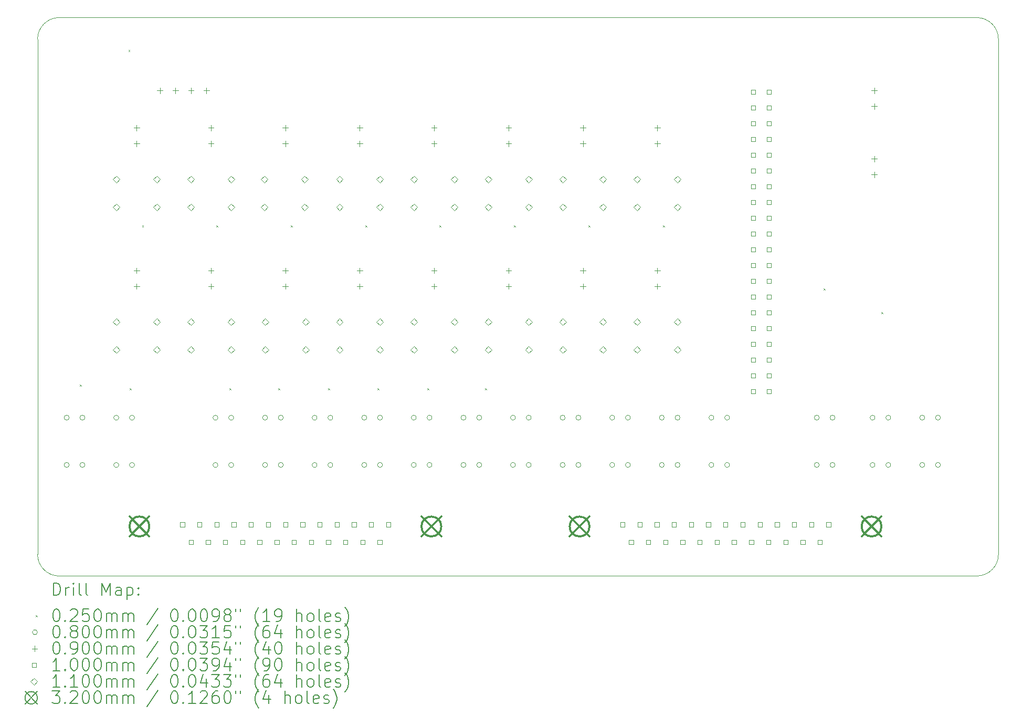
<source format=gbr>
%TF.GenerationSoftware,KiCad,Pcbnew,(6.0.7)*%
%TF.CreationDate,2022-11-25T21:32:08+05:30*%
%TF.ProjectId,GPI-Tally-Interface-Board,4750492d-5461-46c6-9c79-2d496e746572,rev?*%
%TF.SameCoordinates,Original*%
%TF.FileFunction,Drillmap*%
%TF.FilePolarity,Positive*%
%FSLAX45Y45*%
G04 Gerber Fmt 4.5, Leading zero omitted, Abs format (unit mm)*
G04 Created by KiCad (PCBNEW (6.0.7)) date 2022-11-25 21:32:08*
%MOMM*%
%LPD*%
G01*
G04 APERTURE LIST*
%ADD10C,0.050000*%
%ADD11C,0.200000*%
%ADD12C,0.025000*%
%ADD13C,0.080000*%
%ADD14C,0.090000*%
%ADD15C,0.100000*%
%ADD16C,0.110000*%
%ADD17C,0.320000*%
G04 APERTURE END LIST*
D10*
X6102500Y-5320000D02*
X6102500Y-13620000D01*
X21252500Y-4970000D02*
X6452500Y-4970000D01*
X21602500Y-5320000D02*
G75*
G03*
X21252500Y-4970000I-350000J0D01*
G01*
X21252500Y-13970000D02*
G75*
G03*
X21602500Y-13620000I0J350000D01*
G01*
X6452500Y-13970000D02*
X21252500Y-13970000D01*
X21602500Y-13620000D02*
X21602500Y-5320000D01*
X6452500Y-4970000D02*
G75*
G03*
X6102500Y-5320000I0J-350000D01*
G01*
X6102500Y-13620000D02*
G75*
G03*
X6452500Y-13970000I350000J0D01*
G01*
D11*
D12*
X6787500Y-10887500D02*
X6812500Y-10912500D01*
X6812500Y-10887500D02*
X6787500Y-10912500D01*
X7567500Y-5487500D02*
X7592500Y-5512500D01*
X7592500Y-5487500D02*
X7567500Y-5512500D01*
X7587500Y-10947500D02*
X7612500Y-10972500D01*
X7612500Y-10947500D02*
X7587500Y-10972500D01*
X7787500Y-8317500D02*
X7812500Y-8342500D01*
X7812500Y-8317500D02*
X7787500Y-8342500D01*
X8987500Y-8317500D02*
X9012500Y-8342500D01*
X9012500Y-8317500D02*
X8987500Y-8342500D01*
X9197500Y-10947500D02*
X9222500Y-10972500D01*
X9222500Y-10947500D02*
X9197500Y-10972500D01*
X9987500Y-10947500D02*
X10012500Y-10972500D01*
X10012500Y-10947500D02*
X9987500Y-10972500D01*
X10187500Y-8317500D02*
X10212500Y-8342500D01*
X10212500Y-8317500D02*
X10187500Y-8342500D01*
X10787500Y-10947500D02*
X10812500Y-10972500D01*
X10812500Y-10947500D02*
X10787500Y-10972500D01*
X11387500Y-8317500D02*
X11412500Y-8342500D01*
X11412500Y-8317500D02*
X11387500Y-8342500D01*
X11587500Y-10947500D02*
X11612500Y-10972500D01*
X11612500Y-10947500D02*
X11587500Y-10972500D01*
X12387500Y-10947500D02*
X12412500Y-10972500D01*
X12412500Y-10947500D02*
X12387500Y-10972500D01*
X12587500Y-8317500D02*
X12612500Y-8342500D01*
X12612500Y-8317500D02*
X12587500Y-8342500D01*
X13317500Y-10947500D02*
X13342500Y-10972500D01*
X13342500Y-10947500D02*
X13317500Y-10972500D01*
X13787500Y-8317500D02*
X13812500Y-8342500D01*
X13812500Y-8317500D02*
X13787500Y-8342500D01*
X14987500Y-8317500D02*
X15012500Y-8342500D01*
X15012500Y-8317500D02*
X14987500Y-8342500D01*
X16187500Y-8317500D02*
X16212500Y-8342500D01*
X16212500Y-8317500D02*
X16187500Y-8342500D01*
X18777500Y-9337500D02*
X18802500Y-9362500D01*
X18802500Y-9337500D02*
X18777500Y-9362500D01*
X19712500Y-9717500D02*
X19737500Y-9742500D01*
X19737500Y-9717500D02*
X19712500Y-9742500D01*
D13*
X6612500Y-11418000D02*
G75*
G03*
X6612500Y-11418000I-40000J0D01*
G01*
X6612500Y-12180000D02*
G75*
G03*
X6612500Y-12180000I-40000J0D01*
G01*
X6866500Y-11418000D02*
G75*
G03*
X6866500Y-11418000I-40000J0D01*
G01*
X6866500Y-12180000D02*
G75*
G03*
X6866500Y-12180000I-40000J0D01*
G01*
X7412500Y-11418000D02*
G75*
G03*
X7412500Y-11418000I-40000J0D01*
G01*
X7412500Y-12180000D02*
G75*
G03*
X7412500Y-12180000I-40000J0D01*
G01*
X7666500Y-11418000D02*
G75*
G03*
X7666500Y-11418000I-40000J0D01*
G01*
X7666500Y-12180000D02*
G75*
G03*
X7666500Y-12180000I-40000J0D01*
G01*
X9012500Y-11418000D02*
G75*
G03*
X9012500Y-11418000I-40000J0D01*
G01*
X9012500Y-12180000D02*
G75*
G03*
X9012500Y-12180000I-40000J0D01*
G01*
X9266500Y-11418000D02*
G75*
G03*
X9266500Y-11418000I-40000J0D01*
G01*
X9266500Y-12180000D02*
G75*
G03*
X9266500Y-12180000I-40000J0D01*
G01*
X9812500Y-11418000D02*
G75*
G03*
X9812500Y-11418000I-40000J0D01*
G01*
X9812500Y-12180000D02*
G75*
G03*
X9812500Y-12180000I-40000J0D01*
G01*
X10066500Y-11418000D02*
G75*
G03*
X10066500Y-11418000I-40000J0D01*
G01*
X10066500Y-12180000D02*
G75*
G03*
X10066500Y-12180000I-40000J0D01*
G01*
X10612500Y-11418000D02*
G75*
G03*
X10612500Y-11418000I-40000J0D01*
G01*
X10612500Y-12180000D02*
G75*
G03*
X10612500Y-12180000I-40000J0D01*
G01*
X10866500Y-11418000D02*
G75*
G03*
X10866500Y-11418000I-40000J0D01*
G01*
X10866500Y-12180000D02*
G75*
G03*
X10866500Y-12180000I-40000J0D01*
G01*
X11412500Y-11418000D02*
G75*
G03*
X11412500Y-11418000I-40000J0D01*
G01*
X11412500Y-12180000D02*
G75*
G03*
X11412500Y-12180000I-40000J0D01*
G01*
X11666500Y-11418000D02*
G75*
G03*
X11666500Y-11418000I-40000J0D01*
G01*
X11666500Y-12180000D02*
G75*
G03*
X11666500Y-12180000I-40000J0D01*
G01*
X12212500Y-11418000D02*
G75*
G03*
X12212500Y-11418000I-40000J0D01*
G01*
X12212500Y-12180000D02*
G75*
G03*
X12212500Y-12180000I-40000J0D01*
G01*
X12466500Y-11418000D02*
G75*
G03*
X12466500Y-11418000I-40000J0D01*
G01*
X12466500Y-12180000D02*
G75*
G03*
X12466500Y-12180000I-40000J0D01*
G01*
X13012500Y-11418000D02*
G75*
G03*
X13012500Y-11418000I-40000J0D01*
G01*
X13012500Y-12180000D02*
G75*
G03*
X13012500Y-12180000I-40000J0D01*
G01*
X13266500Y-11418000D02*
G75*
G03*
X13266500Y-11418000I-40000J0D01*
G01*
X13266500Y-12180000D02*
G75*
G03*
X13266500Y-12180000I-40000J0D01*
G01*
X13812500Y-11418000D02*
G75*
G03*
X13812500Y-11418000I-40000J0D01*
G01*
X13812500Y-12180000D02*
G75*
G03*
X13812500Y-12180000I-40000J0D01*
G01*
X14066500Y-11418000D02*
G75*
G03*
X14066500Y-11418000I-40000J0D01*
G01*
X14066500Y-12180000D02*
G75*
G03*
X14066500Y-12180000I-40000J0D01*
G01*
X14612500Y-11418000D02*
G75*
G03*
X14612500Y-11418000I-40000J0D01*
G01*
X14612500Y-12180000D02*
G75*
G03*
X14612500Y-12180000I-40000J0D01*
G01*
X14866500Y-11418000D02*
G75*
G03*
X14866500Y-11418000I-40000J0D01*
G01*
X14866500Y-12180000D02*
G75*
G03*
X14866500Y-12180000I-40000J0D01*
G01*
X15412500Y-11418000D02*
G75*
G03*
X15412500Y-11418000I-40000J0D01*
G01*
X15412500Y-12180000D02*
G75*
G03*
X15412500Y-12180000I-40000J0D01*
G01*
X15666500Y-11418000D02*
G75*
G03*
X15666500Y-11418000I-40000J0D01*
G01*
X15666500Y-12180000D02*
G75*
G03*
X15666500Y-12180000I-40000J0D01*
G01*
X16212500Y-11418000D02*
G75*
G03*
X16212500Y-11418000I-40000J0D01*
G01*
X16212500Y-12180000D02*
G75*
G03*
X16212500Y-12180000I-40000J0D01*
G01*
X16466500Y-11418000D02*
G75*
G03*
X16466500Y-11418000I-40000J0D01*
G01*
X16466500Y-12180000D02*
G75*
G03*
X16466500Y-12180000I-40000J0D01*
G01*
X17012500Y-11418000D02*
G75*
G03*
X17012500Y-11418000I-40000J0D01*
G01*
X17012500Y-12180000D02*
G75*
G03*
X17012500Y-12180000I-40000J0D01*
G01*
X17266500Y-11418000D02*
G75*
G03*
X17266500Y-11418000I-40000J0D01*
G01*
X17266500Y-12180000D02*
G75*
G03*
X17266500Y-12180000I-40000J0D01*
G01*
X18712500Y-11418000D02*
G75*
G03*
X18712500Y-11418000I-40000J0D01*
G01*
X18712500Y-12180000D02*
G75*
G03*
X18712500Y-12180000I-40000J0D01*
G01*
X18966500Y-11418000D02*
G75*
G03*
X18966500Y-11418000I-40000J0D01*
G01*
X18966500Y-12180000D02*
G75*
G03*
X18966500Y-12180000I-40000J0D01*
G01*
X19612500Y-11418000D02*
G75*
G03*
X19612500Y-11418000I-40000J0D01*
G01*
X19612500Y-12180000D02*
G75*
G03*
X19612500Y-12180000I-40000J0D01*
G01*
X19866500Y-11418000D02*
G75*
G03*
X19866500Y-11418000I-40000J0D01*
G01*
X19866500Y-12180000D02*
G75*
G03*
X19866500Y-12180000I-40000J0D01*
G01*
X20412500Y-11418000D02*
G75*
G03*
X20412500Y-11418000I-40000J0D01*
G01*
X20412500Y-12180000D02*
G75*
G03*
X20412500Y-12180000I-40000J0D01*
G01*
X20666500Y-11418000D02*
G75*
G03*
X20666500Y-11418000I-40000J0D01*
G01*
X20666500Y-12180000D02*
G75*
G03*
X20666500Y-12180000I-40000J0D01*
G01*
D14*
X7700000Y-6701000D02*
X7700000Y-6791000D01*
X7655000Y-6746000D02*
X7745000Y-6746000D01*
X7700000Y-6955000D02*
X7700000Y-7045000D01*
X7655000Y-7000000D02*
X7745000Y-7000000D01*
X7700000Y-9001000D02*
X7700000Y-9091000D01*
X7655000Y-9046000D02*
X7745000Y-9046000D01*
X7700000Y-9255000D02*
X7700000Y-9345000D01*
X7655000Y-9300000D02*
X7745000Y-9300000D01*
X8077500Y-6100000D02*
X8077500Y-6190000D01*
X8032500Y-6145000D02*
X8122500Y-6145000D01*
X8327500Y-6100000D02*
X8327500Y-6190000D01*
X8282500Y-6145000D02*
X8372500Y-6145000D01*
X8577500Y-6100000D02*
X8577500Y-6190000D01*
X8532500Y-6145000D02*
X8622500Y-6145000D01*
X8827500Y-6100000D02*
X8827500Y-6190000D01*
X8782500Y-6145000D02*
X8872500Y-6145000D01*
X8900000Y-6701000D02*
X8900000Y-6791000D01*
X8855000Y-6746000D02*
X8945000Y-6746000D01*
X8900000Y-6955000D02*
X8900000Y-7045000D01*
X8855000Y-7000000D02*
X8945000Y-7000000D01*
X8900000Y-9001000D02*
X8900000Y-9091000D01*
X8855000Y-9046000D02*
X8945000Y-9046000D01*
X8900000Y-9255000D02*
X8900000Y-9345000D01*
X8855000Y-9300000D02*
X8945000Y-9300000D01*
X10100000Y-6701000D02*
X10100000Y-6791000D01*
X10055000Y-6746000D02*
X10145000Y-6746000D01*
X10100000Y-6955000D02*
X10100000Y-7045000D01*
X10055000Y-7000000D02*
X10145000Y-7000000D01*
X10100000Y-9001000D02*
X10100000Y-9091000D01*
X10055000Y-9046000D02*
X10145000Y-9046000D01*
X10100000Y-9255000D02*
X10100000Y-9345000D01*
X10055000Y-9300000D02*
X10145000Y-9300000D01*
X11300000Y-6701000D02*
X11300000Y-6791000D01*
X11255000Y-6746000D02*
X11345000Y-6746000D01*
X11300000Y-6955000D02*
X11300000Y-7045000D01*
X11255000Y-7000000D02*
X11345000Y-7000000D01*
X11300000Y-9001000D02*
X11300000Y-9091000D01*
X11255000Y-9046000D02*
X11345000Y-9046000D01*
X11300000Y-9255000D02*
X11300000Y-9345000D01*
X11255000Y-9300000D02*
X11345000Y-9300000D01*
X12500000Y-6701000D02*
X12500000Y-6791000D01*
X12455000Y-6746000D02*
X12545000Y-6746000D01*
X12500000Y-6955000D02*
X12500000Y-7045000D01*
X12455000Y-7000000D02*
X12545000Y-7000000D01*
X12500000Y-9001000D02*
X12500000Y-9091000D01*
X12455000Y-9046000D02*
X12545000Y-9046000D01*
X12500000Y-9255000D02*
X12500000Y-9345000D01*
X12455000Y-9300000D02*
X12545000Y-9300000D01*
X13700000Y-6701000D02*
X13700000Y-6791000D01*
X13655000Y-6746000D02*
X13745000Y-6746000D01*
X13700000Y-6955000D02*
X13700000Y-7045000D01*
X13655000Y-7000000D02*
X13745000Y-7000000D01*
X13700000Y-9001000D02*
X13700000Y-9091000D01*
X13655000Y-9046000D02*
X13745000Y-9046000D01*
X13700000Y-9255000D02*
X13700000Y-9345000D01*
X13655000Y-9300000D02*
X13745000Y-9300000D01*
X14900000Y-6701000D02*
X14900000Y-6791000D01*
X14855000Y-6746000D02*
X14945000Y-6746000D01*
X14900000Y-6955000D02*
X14900000Y-7045000D01*
X14855000Y-7000000D02*
X14945000Y-7000000D01*
X14900000Y-9001000D02*
X14900000Y-9091000D01*
X14855000Y-9046000D02*
X14945000Y-9046000D01*
X14900000Y-9255000D02*
X14900000Y-9345000D01*
X14855000Y-9300000D02*
X14945000Y-9300000D01*
X16100000Y-6701000D02*
X16100000Y-6791000D01*
X16055000Y-6746000D02*
X16145000Y-6746000D01*
X16100000Y-6955000D02*
X16100000Y-7045000D01*
X16055000Y-7000000D02*
X16145000Y-7000000D01*
X16100000Y-9001000D02*
X16100000Y-9091000D01*
X16055000Y-9046000D02*
X16145000Y-9046000D01*
X16100000Y-9255000D02*
X16100000Y-9345000D01*
X16055000Y-9300000D02*
X16145000Y-9300000D01*
X19600000Y-6101000D02*
X19600000Y-6191000D01*
X19555000Y-6146000D02*
X19645000Y-6146000D01*
X19600000Y-6355000D02*
X19600000Y-6445000D01*
X19555000Y-6400000D02*
X19645000Y-6400000D01*
X19600000Y-7201000D02*
X19600000Y-7291000D01*
X19555000Y-7246000D02*
X19645000Y-7246000D01*
X19600000Y-7455000D02*
X19600000Y-7545000D01*
X19555000Y-7500000D02*
X19645000Y-7500000D01*
D15*
X8473856Y-13177323D02*
X8473856Y-13106611D01*
X8403144Y-13106611D01*
X8403144Y-13177323D01*
X8473856Y-13177323D01*
X8612356Y-13461323D02*
X8612356Y-13390611D01*
X8541644Y-13390611D01*
X8541644Y-13461323D01*
X8612356Y-13461323D01*
X8750856Y-13177323D02*
X8750856Y-13106611D01*
X8680144Y-13106611D01*
X8680144Y-13177323D01*
X8750856Y-13177323D01*
X8889356Y-13461323D02*
X8889356Y-13390611D01*
X8818644Y-13390611D01*
X8818644Y-13461323D01*
X8889356Y-13461323D01*
X9027856Y-13177323D02*
X9027856Y-13106611D01*
X8957144Y-13106611D01*
X8957144Y-13177323D01*
X9027856Y-13177323D01*
X9166356Y-13461323D02*
X9166356Y-13390611D01*
X9095644Y-13390611D01*
X9095644Y-13461323D01*
X9166356Y-13461323D01*
X9304856Y-13177323D02*
X9304856Y-13106611D01*
X9234144Y-13106611D01*
X9234144Y-13177323D01*
X9304856Y-13177323D01*
X9443356Y-13461323D02*
X9443356Y-13390611D01*
X9372644Y-13390611D01*
X9372644Y-13461323D01*
X9443356Y-13461323D01*
X9581856Y-13177323D02*
X9581856Y-13106611D01*
X9511144Y-13106611D01*
X9511144Y-13177323D01*
X9581856Y-13177323D01*
X9720356Y-13461323D02*
X9720356Y-13390611D01*
X9649644Y-13390611D01*
X9649644Y-13461323D01*
X9720356Y-13461323D01*
X9858856Y-13177323D02*
X9858856Y-13106611D01*
X9788144Y-13106611D01*
X9788144Y-13177323D01*
X9858856Y-13177323D01*
X9997356Y-13461323D02*
X9997356Y-13390611D01*
X9926644Y-13390611D01*
X9926644Y-13461323D01*
X9997356Y-13461323D01*
X10135856Y-13177323D02*
X10135856Y-13106611D01*
X10065144Y-13106611D01*
X10065144Y-13177323D01*
X10135856Y-13177323D01*
X10274356Y-13461323D02*
X10274356Y-13390611D01*
X10203644Y-13390611D01*
X10203644Y-13461323D01*
X10274356Y-13461323D01*
X10412856Y-13177323D02*
X10412856Y-13106611D01*
X10342144Y-13106611D01*
X10342144Y-13177323D01*
X10412856Y-13177323D01*
X10551356Y-13461323D02*
X10551356Y-13390611D01*
X10480644Y-13390611D01*
X10480644Y-13461323D01*
X10551356Y-13461323D01*
X10689856Y-13177323D02*
X10689856Y-13106611D01*
X10619144Y-13106611D01*
X10619144Y-13177323D01*
X10689856Y-13177323D01*
X10828356Y-13461323D02*
X10828356Y-13390611D01*
X10757644Y-13390611D01*
X10757644Y-13461323D01*
X10828356Y-13461323D01*
X10966856Y-13177323D02*
X10966856Y-13106611D01*
X10896144Y-13106611D01*
X10896144Y-13177323D01*
X10966856Y-13177323D01*
X11105356Y-13461323D02*
X11105356Y-13390611D01*
X11034644Y-13390611D01*
X11034644Y-13461323D01*
X11105356Y-13461323D01*
X11243856Y-13177323D02*
X11243856Y-13106611D01*
X11173144Y-13106611D01*
X11173144Y-13177323D01*
X11243856Y-13177323D01*
X11382356Y-13461323D02*
X11382356Y-13390611D01*
X11311644Y-13390611D01*
X11311644Y-13461323D01*
X11382356Y-13461323D01*
X11520856Y-13177323D02*
X11520856Y-13106611D01*
X11450144Y-13106611D01*
X11450144Y-13177323D01*
X11520856Y-13177323D01*
X11659356Y-13461323D02*
X11659356Y-13390611D01*
X11588644Y-13390611D01*
X11588644Y-13461323D01*
X11659356Y-13461323D01*
X11797856Y-13177323D02*
X11797856Y-13106611D01*
X11727144Y-13106611D01*
X11727144Y-13177323D01*
X11797856Y-13177323D01*
X15573856Y-13177323D02*
X15573856Y-13106611D01*
X15503144Y-13106611D01*
X15503144Y-13177323D01*
X15573856Y-13177323D01*
X15712356Y-13461323D02*
X15712356Y-13390611D01*
X15641644Y-13390611D01*
X15641644Y-13461323D01*
X15712356Y-13461323D01*
X15850856Y-13177323D02*
X15850856Y-13106611D01*
X15780144Y-13106611D01*
X15780144Y-13177323D01*
X15850856Y-13177323D01*
X15989356Y-13461323D02*
X15989356Y-13390611D01*
X15918644Y-13390611D01*
X15918644Y-13461323D01*
X15989356Y-13461323D01*
X16127856Y-13177323D02*
X16127856Y-13106611D01*
X16057144Y-13106611D01*
X16057144Y-13177323D01*
X16127856Y-13177323D01*
X16266356Y-13461323D02*
X16266356Y-13390611D01*
X16195644Y-13390611D01*
X16195644Y-13461323D01*
X16266356Y-13461323D01*
X16404856Y-13177323D02*
X16404856Y-13106611D01*
X16334144Y-13106611D01*
X16334144Y-13177323D01*
X16404856Y-13177323D01*
X16543356Y-13461323D02*
X16543356Y-13390611D01*
X16472644Y-13390611D01*
X16472644Y-13461323D01*
X16543356Y-13461323D01*
X16681856Y-13177323D02*
X16681856Y-13106611D01*
X16611144Y-13106611D01*
X16611144Y-13177323D01*
X16681856Y-13177323D01*
X16820356Y-13461323D02*
X16820356Y-13390611D01*
X16749644Y-13390611D01*
X16749644Y-13461323D01*
X16820356Y-13461323D01*
X16958856Y-13177323D02*
X16958856Y-13106611D01*
X16888144Y-13106611D01*
X16888144Y-13177323D01*
X16958856Y-13177323D01*
X17097356Y-13461323D02*
X17097356Y-13390611D01*
X17026644Y-13390611D01*
X17026644Y-13461323D01*
X17097356Y-13461323D01*
X17235856Y-13177323D02*
X17235856Y-13106611D01*
X17165144Y-13106611D01*
X17165144Y-13177323D01*
X17235856Y-13177323D01*
X17374356Y-13461323D02*
X17374356Y-13390611D01*
X17303644Y-13390611D01*
X17303644Y-13461323D01*
X17374356Y-13461323D01*
X17512856Y-13177323D02*
X17512856Y-13106611D01*
X17442144Y-13106611D01*
X17442144Y-13177323D01*
X17512856Y-13177323D01*
X17651356Y-13461323D02*
X17651356Y-13390611D01*
X17580644Y-13390611D01*
X17580644Y-13461323D01*
X17651356Y-13461323D01*
X17683856Y-6205356D02*
X17683856Y-6134644D01*
X17613144Y-6134644D01*
X17613144Y-6205356D01*
X17683856Y-6205356D01*
X17683856Y-6459356D02*
X17683856Y-6388644D01*
X17613144Y-6388644D01*
X17613144Y-6459356D01*
X17683856Y-6459356D01*
X17683856Y-6713356D02*
X17683856Y-6642644D01*
X17613144Y-6642644D01*
X17613144Y-6713356D01*
X17683856Y-6713356D01*
X17683856Y-6967356D02*
X17683856Y-6896644D01*
X17613144Y-6896644D01*
X17613144Y-6967356D01*
X17683856Y-6967356D01*
X17683856Y-7221356D02*
X17683856Y-7150644D01*
X17613144Y-7150644D01*
X17613144Y-7221356D01*
X17683856Y-7221356D01*
X17683856Y-7475356D02*
X17683856Y-7404644D01*
X17613144Y-7404644D01*
X17613144Y-7475356D01*
X17683856Y-7475356D01*
X17683856Y-7729356D02*
X17683856Y-7658644D01*
X17613144Y-7658644D01*
X17613144Y-7729356D01*
X17683856Y-7729356D01*
X17683856Y-7983356D02*
X17683856Y-7912644D01*
X17613144Y-7912644D01*
X17613144Y-7983356D01*
X17683856Y-7983356D01*
X17683856Y-8237356D02*
X17683856Y-8166644D01*
X17613144Y-8166644D01*
X17613144Y-8237356D01*
X17683856Y-8237356D01*
X17683856Y-8491356D02*
X17683856Y-8420644D01*
X17613144Y-8420644D01*
X17613144Y-8491356D01*
X17683856Y-8491356D01*
X17683856Y-8745356D02*
X17683856Y-8674644D01*
X17613144Y-8674644D01*
X17613144Y-8745356D01*
X17683856Y-8745356D01*
X17683856Y-8999356D02*
X17683856Y-8928644D01*
X17613144Y-8928644D01*
X17613144Y-8999356D01*
X17683856Y-8999356D01*
X17683856Y-9253356D02*
X17683856Y-9182644D01*
X17613144Y-9182644D01*
X17613144Y-9253356D01*
X17683856Y-9253356D01*
X17683856Y-9507356D02*
X17683856Y-9436644D01*
X17613144Y-9436644D01*
X17613144Y-9507356D01*
X17683856Y-9507356D01*
X17683856Y-9761356D02*
X17683856Y-9690644D01*
X17613144Y-9690644D01*
X17613144Y-9761356D01*
X17683856Y-9761356D01*
X17683856Y-10015356D02*
X17683856Y-9944644D01*
X17613144Y-9944644D01*
X17613144Y-10015356D01*
X17683856Y-10015356D01*
X17683856Y-10269356D02*
X17683856Y-10198644D01*
X17613144Y-10198644D01*
X17613144Y-10269356D01*
X17683856Y-10269356D01*
X17683856Y-10523356D02*
X17683856Y-10452644D01*
X17613144Y-10452644D01*
X17613144Y-10523356D01*
X17683856Y-10523356D01*
X17683856Y-10777356D02*
X17683856Y-10706644D01*
X17613144Y-10706644D01*
X17613144Y-10777356D01*
X17683856Y-10777356D01*
X17683856Y-11031356D02*
X17683856Y-10960644D01*
X17613144Y-10960644D01*
X17613144Y-11031356D01*
X17683856Y-11031356D01*
X17789856Y-13177323D02*
X17789856Y-13106611D01*
X17719144Y-13106611D01*
X17719144Y-13177323D01*
X17789856Y-13177323D01*
X17928356Y-13461323D02*
X17928356Y-13390611D01*
X17857644Y-13390611D01*
X17857644Y-13461323D01*
X17928356Y-13461323D01*
X17937856Y-6205356D02*
X17937856Y-6134644D01*
X17867144Y-6134644D01*
X17867144Y-6205356D01*
X17937856Y-6205356D01*
X17937856Y-6459356D02*
X17937856Y-6388644D01*
X17867144Y-6388644D01*
X17867144Y-6459356D01*
X17937856Y-6459356D01*
X17937856Y-6713356D02*
X17937856Y-6642644D01*
X17867144Y-6642644D01*
X17867144Y-6713356D01*
X17937856Y-6713356D01*
X17937856Y-6967356D02*
X17937856Y-6896644D01*
X17867144Y-6896644D01*
X17867144Y-6967356D01*
X17937856Y-6967356D01*
X17937856Y-7221356D02*
X17937856Y-7150644D01*
X17867144Y-7150644D01*
X17867144Y-7221356D01*
X17937856Y-7221356D01*
X17937856Y-7475356D02*
X17937856Y-7404644D01*
X17867144Y-7404644D01*
X17867144Y-7475356D01*
X17937856Y-7475356D01*
X17937856Y-7729356D02*
X17937856Y-7658644D01*
X17867144Y-7658644D01*
X17867144Y-7729356D01*
X17937856Y-7729356D01*
X17937856Y-7983356D02*
X17937856Y-7912644D01*
X17867144Y-7912644D01*
X17867144Y-7983356D01*
X17937856Y-7983356D01*
X17937856Y-8237356D02*
X17937856Y-8166644D01*
X17867144Y-8166644D01*
X17867144Y-8237356D01*
X17937856Y-8237356D01*
X17937856Y-8491356D02*
X17937856Y-8420644D01*
X17867144Y-8420644D01*
X17867144Y-8491356D01*
X17937856Y-8491356D01*
X17937856Y-8745356D02*
X17937856Y-8674644D01*
X17867144Y-8674644D01*
X17867144Y-8745356D01*
X17937856Y-8745356D01*
X17937856Y-8999356D02*
X17937856Y-8928644D01*
X17867144Y-8928644D01*
X17867144Y-8999356D01*
X17937856Y-8999356D01*
X17937856Y-9253356D02*
X17937856Y-9182644D01*
X17867144Y-9182644D01*
X17867144Y-9253356D01*
X17937856Y-9253356D01*
X17937856Y-9507356D02*
X17937856Y-9436644D01*
X17867144Y-9436644D01*
X17867144Y-9507356D01*
X17937856Y-9507356D01*
X17937856Y-9761356D02*
X17937856Y-9690644D01*
X17867144Y-9690644D01*
X17867144Y-9761356D01*
X17937856Y-9761356D01*
X17937856Y-10015356D02*
X17937856Y-9944644D01*
X17867144Y-9944644D01*
X17867144Y-10015356D01*
X17937856Y-10015356D01*
X17937856Y-10269356D02*
X17937856Y-10198644D01*
X17867144Y-10198644D01*
X17867144Y-10269356D01*
X17937856Y-10269356D01*
X17937856Y-10523356D02*
X17937856Y-10452644D01*
X17867144Y-10452644D01*
X17867144Y-10523356D01*
X17937856Y-10523356D01*
X17937856Y-10777356D02*
X17937856Y-10706644D01*
X17867144Y-10706644D01*
X17867144Y-10777356D01*
X17937856Y-10777356D01*
X17937856Y-11031356D02*
X17937856Y-10960644D01*
X17867144Y-10960644D01*
X17867144Y-11031356D01*
X17937856Y-11031356D01*
X18066856Y-13177323D02*
X18066856Y-13106611D01*
X17996144Y-13106611D01*
X17996144Y-13177323D01*
X18066856Y-13177323D01*
X18205356Y-13461323D02*
X18205356Y-13390611D01*
X18134644Y-13390611D01*
X18134644Y-13461323D01*
X18205356Y-13461323D01*
X18343856Y-13177323D02*
X18343856Y-13106611D01*
X18273144Y-13106611D01*
X18273144Y-13177323D01*
X18343856Y-13177323D01*
X18482356Y-13461323D02*
X18482356Y-13390611D01*
X18411644Y-13390611D01*
X18411644Y-13461323D01*
X18482356Y-13461323D01*
X18620856Y-13177323D02*
X18620856Y-13106611D01*
X18550144Y-13106611D01*
X18550144Y-13177323D01*
X18620856Y-13177323D01*
X18759356Y-13461323D02*
X18759356Y-13390611D01*
X18688644Y-13390611D01*
X18688644Y-13461323D01*
X18759356Y-13461323D01*
X18897856Y-13177323D02*
X18897856Y-13106611D01*
X18827144Y-13106611D01*
X18827144Y-13177323D01*
X18897856Y-13177323D01*
D16*
X7375000Y-7630000D02*
X7430000Y-7575000D01*
X7375000Y-7520000D01*
X7320000Y-7575000D01*
X7375000Y-7630000D01*
X7375000Y-8080000D02*
X7430000Y-8025000D01*
X7375000Y-7970000D01*
X7320000Y-8025000D01*
X7375000Y-8080000D01*
X7375000Y-9930000D02*
X7430000Y-9875000D01*
X7375000Y-9820000D01*
X7320000Y-9875000D01*
X7375000Y-9930000D01*
X7375000Y-10380000D02*
X7430000Y-10325000D01*
X7375000Y-10270000D01*
X7320000Y-10325000D01*
X7375000Y-10380000D01*
X8025000Y-7630000D02*
X8080000Y-7575000D01*
X8025000Y-7520000D01*
X7970000Y-7575000D01*
X8025000Y-7630000D01*
X8025000Y-8080000D02*
X8080000Y-8025000D01*
X8025000Y-7970000D01*
X7970000Y-8025000D01*
X8025000Y-8080000D01*
X8025000Y-9930000D02*
X8080000Y-9875000D01*
X8025000Y-9820000D01*
X7970000Y-9875000D01*
X8025000Y-9930000D01*
X8025000Y-10380000D02*
X8080000Y-10325000D01*
X8025000Y-10270000D01*
X7970000Y-10325000D01*
X8025000Y-10380000D01*
X8575000Y-7630000D02*
X8630000Y-7575000D01*
X8575000Y-7520000D01*
X8520000Y-7575000D01*
X8575000Y-7630000D01*
X8575000Y-8080000D02*
X8630000Y-8025000D01*
X8575000Y-7970000D01*
X8520000Y-8025000D01*
X8575000Y-8080000D01*
X8575000Y-9930000D02*
X8630000Y-9875000D01*
X8575000Y-9820000D01*
X8520000Y-9875000D01*
X8575000Y-9930000D01*
X8575000Y-10380000D02*
X8630000Y-10325000D01*
X8575000Y-10270000D01*
X8520000Y-10325000D01*
X8575000Y-10380000D01*
X9225000Y-7630000D02*
X9280000Y-7575000D01*
X9225000Y-7520000D01*
X9170000Y-7575000D01*
X9225000Y-7630000D01*
X9225000Y-8080000D02*
X9280000Y-8025000D01*
X9225000Y-7970000D01*
X9170000Y-8025000D01*
X9225000Y-8080000D01*
X9225000Y-9930000D02*
X9280000Y-9875000D01*
X9225000Y-9820000D01*
X9170000Y-9875000D01*
X9225000Y-9930000D01*
X9225000Y-10380000D02*
X9280000Y-10325000D01*
X9225000Y-10270000D01*
X9170000Y-10325000D01*
X9225000Y-10380000D01*
X9761000Y-7630000D02*
X9816000Y-7575000D01*
X9761000Y-7520000D01*
X9706000Y-7575000D01*
X9761000Y-7630000D01*
X9761000Y-8080000D02*
X9816000Y-8025000D01*
X9761000Y-7970000D01*
X9706000Y-8025000D01*
X9761000Y-8080000D01*
X9775000Y-9930000D02*
X9830000Y-9875000D01*
X9775000Y-9820000D01*
X9720000Y-9875000D01*
X9775000Y-9930000D01*
X9775000Y-10380000D02*
X9830000Y-10325000D01*
X9775000Y-10270000D01*
X9720000Y-10325000D01*
X9775000Y-10380000D01*
X10411000Y-7630000D02*
X10466000Y-7575000D01*
X10411000Y-7520000D01*
X10356000Y-7575000D01*
X10411000Y-7630000D01*
X10411000Y-8080000D02*
X10466000Y-8025000D01*
X10411000Y-7970000D01*
X10356000Y-8025000D01*
X10411000Y-8080000D01*
X10425000Y-9930000D02*
X10480000Y-9875000D01*
X10425000Y-9820000D01*
X10370000Y-9875000D01*
X10425000Y-9930000D01*
X10425000Y-10380000D02*
X10480000Y-10325000D01*
X10425000Y-10270000D01*
X10370000Y-10325000D01*
X10425000Y-10380000D01*
X10975000Y-7630000D02*
X11030000Y-7575000D01*
X10975000Y-7520000D01*
X10920000Y-7575000D01*
X10975000Y-7630000D01*
X10975000Y-8080000D02*
X11030000Y-8025000D01*
X10975000Y-7970000D01*
X10920000Y-8025000D01*
X10975000Y-8080000D01*
X10975000Y-9930000D02*
X11030000Y-9875000D01*
X10975000Y-9820000D01*
X10920000Y-9875000D01*
X10975000Y-9930000D01*
X10975000Y-10380000D02*
X11030000Y-10325000D01*
X10975000Y-10270000D01*
X10920000Y-10325000D01*
X10975000Y-10380000D01*
X11625000Y-7630000D02*
X11680000Y-7575000D01*
X11625000Y-7520000D01*
X11570000Y-7575000D01*
X11625000Y-7630000D01*
X11625000Y-8080000D02*
X11680000Y-8025000D01*
X11625000Y-7970000D01*
X11570000Y-8025000D01*
X11625000Y-8080000D01*
X11625000Y-9930000D02*
X11680000Y-9875000D01*
X11625000Y-9820000D01*
X11570000Y-9875000D01*
X11625000Y-9930000D01*
X11625000Y-10380000D02*
X11680000Y-10325000D01*
X11625000Y-10270000D01*
X11570000Y-10325000D01*
X11625000Y-10380000D01*
X12175000Y-7630000D02*
X12230000Y-7575000D01*
X12175000Y-7520000D01*
X12120000Y-7575000D01*
X12175000Y-7630000D01*
X12175000Y-8080000D02*
X12230000Y-8025000D01*
X12175000Y-7970000D01*
X12120000Y-8025000D01*
X12175000Y-8080000D01*
X12175000Y-9930000D02*
X12230000Y-9875000D01*
X12175000Y-9820000D01*
X12120000Y-9875000D01*
X12175000Y-9930000D01*
X12175000Y-10380000D02*
X12230000Y-10325000D01*
X12175000Y-10270000D01*
X12120000Y-10325000D01*
X12175000Y-10380000D01*
X12825000Y-7630000D02*
X12880000Y-7575000D01*
X12825000Y-7520000D01*
X12770000Y-7575000D01*
X12825000Y-7630000D01*
X12825000Y-8080000D02*
X12880000Y-8025000D01*
X12825000Y-7970000D01*
X12770000Y-8025000D01*
X12825000Y-8080000D01*
X12825000Y-9930000D02*
X12880000Y-9875000D01*
X12825000Y-9820000D01*
X12770000Y-9875000D01*
X12825000Y-9930000D01*
X12825000Y-10380000D02*
X12880000Y-10325000D01*
X12825000Y-10270000D01*
X12770000Y-10325000D01*
X12825000Y-10380000D01*
X13375000Y-7630000D02*
X13430000Y-7575000D01*
X13375000Y-7520000D01*
X13320000Y-7575000D01*
X13375000Y-7630000D01*
X13375000Y-8080000D02*
X13430000Y-8025000D01*
X13375000Y-7970000D01*
X13320000Y-8025000D01*
X13375000Y-8080000D01*
X13375000Y-9930000D02*
X13430000Y-9875000D01*
X13375000Y-9820000D01*
X13320000Y-9875000D01*
X13375000Y-9930000D01*
X13375000Y-10380000D02*
X13430000Y-10325000D01*
X13375000Y-10270000D01*
X13320000Y-10325000D01*
X13375000Y-10380000D01*
X14025000Y-7630000D02*
X14080000Y-7575000D01*
X14025000Y-7520000D01*
X13970000Y-7575000D01*
X14025000Y-7630000D01*
X14025000Y-8080000D02*
X14080000Y-8025000D01*
X14025000Y-7970000D01*
X13970000Y-8025000D01*
X14025000Y-8080000D01*
X14025000Y-9930000D02*
X14080000Y-9875000D01*
X14025000Y-9820000D01*
X13970000Y-9875000D01*
X14025000Y-9930000D01*
X14025000Y-10380000D02*
X14080000Y-10325000D01*
X14025000Y-10270000D01*
X13970000Y-10325000D01*
X14025000Y-10380000D01*
X14575000Y-7630000D02*
X14630000Y-7575000D01*
X14575000Y-7520000D01*
X14520000Y-7575000D01*
X14575000Y-7630000D01*
X14575000Y-8080000D02*
X14630000Y-8025000D01*
X14575000Y-7970000D01*
X14520000Y-8025000D01*
X14575000Y-8080000D01*
X14575000Y-9930000D02*
X14630000Y-9875000D01*
X14575000Y-9820000D01*
X14520000Y-9875000D01*
X14575000Y-9930000D01*
X14575000Y-10380000D02*
X14630000Y-10325000D01*
X14575000Y-10270000D01*
X14520000Y-10325000D01*
X14575000Y-10380000D01*
X15225000Y-7630000D02*
X15280000Y-7575000D01*
X15225000Y-7520000D01*
X15170000Y-7575000D01*
X15225000Y-7630000D01*
X15225000Y-8080000D02*
X15280000Y-8025000D01*
X15225000Y-7970000D01*
X15170000Y-8025000D01*
X15225000Y-8080000D01*
X15225000Y-9930000D02*
X15280000Y-9875000D01*
X15225000Y-9820000D01*
X15170000Y-9875000D01*
X15225000Y-9930000D01*
X15225000Y-10380000D02*
X15280000Y-10325000D01*
X15225000Y-10270000D01*
X15170000Y-10325000D01*
X15225000Y-10380000D01*
X15775000Y-7630000D02*
X15830000Y-7575000D01*
X15775000Y-7520000D01*
X15720000Y-7575000D01*
X15775000Y-7630000D01*
X15775000Y-8080000D02*
X15830000Y-8025000D01*
X15775000Y-7970000D01*
X15720000Y-8025000D01*
X15775000Y-8080000D01*
X15775000Y-9930000D02*
X15830000Y-9875000D01*
X15775000Y-9820000D01*
X15720000Y-9875000D01*
X15775000Y-9930000D01*
X15775000Y-10380000D02*
X15830000Y-10325000D01*
X15775000Y-10270000D01*
X15720000Y-10325000D01*
X15775000Y-10380000D01*
X16425000Y-7630000D02*
X16480000Y-7575000D01*
X16425000Y-7520000D01*
X16370000Y-7575000D01*
X16425000Y-7630000D01*
X16425000Y-8080000D02*
X16480000Y-8025000D01*
X16425000Y-7970000D01*
X16370000Y-8025000D01*
X16425000Y-8080000D01*
X16425000Y-9930000D02*
X16480000Y-9875000D01*
X16425000Y-9820000D01*
X16370000Y-9875000D01*
X16425000Y-9930000D01*
X16425000Y-10380000D02*
X16480000Y-10325000D01*
X16425000Y-10270000D01*
X16370000Y-10325000D01*
X16425000Y-10380000D01*
D17*
X7585500Y-13011967D02*
X7905500Y-13331967D01*
X7905500Y-13011967D02*
X7585500Y-13331967D01*
X7905500Y-13171967D02*
G75*
G03*
X7905500Y-13171967I-160000J0D01*
G01*
X12295500Y-13011967D02*
X12615500Y-13331967D01*
X12615500Y-13011967D02*
X12295500Y-13331967D01*
X12615500Y-13171967D02*
G75*
G03*
X12615500Y-13171967I-160000J0D01*
G01*
X14685500Y-13011967D02*
X15005500Y-13331967D01*
X15005500Y-13011967D02*
X14685500Y-13331967D01*
X15005500Y-13171967D02*
G75*
G03*
X15005500Y-13171967I-160000J0D01*
G01*
X19395500Y-13011967D02*
X19715500Y-13331967D01*
X19715500Y-13011967D02*
X19395500Y-13331967D01*
X19715500Y-13171967D02*
G75*
G03*
X19715500Y-13171967I-160000J0D01*
G01*
D11*
X6357619Y-14282976D02*
X6357619Y-14082976D01*
X6405238Y-14082976D01*
X6433809Y-14092500D01*
X6452857Y-14111548D01*
X6462381Y-14130595D01*
X6471905Y-14168690D01*
X6471905Y-14197262D01*
X6462381Y-14235357D01*
X6452857Y-14254405D01*
X6433809Y-14273452D01*
X6405238Y-14282976D01*
X6357619Y-14282976D01*
X6557619Y-14282976D02*
X6557619Y-14149643D01*
X6557619Y-14187738D02*
X6567143Y-14168690D01*
X6576667Y-14159167D01*
X6595714Y-14149643D01*
X6614762Y-14149643D01*
X6681428Y-14282976D02*
X6681428Y-14149643D01*
X6681428Y-14082976D02*
X6671905Y-14092500D01*
X6681428Y-14102024D01*
X6690952Y-14092500D01*
X6681428Y-14082976D01*
X6681428Y-14102024D01*
X6805238Y-14282976D02*
X6786190Y-14273452D01*
X6776667Y-14254405D01*
X6776667Y-14082976D01*
X6910000Y-14282976D02*
X6890952Y-14273452D01*
X6881428Y-14254405D01*
X6881428Y-14082976D01*
X7138571Y-14282976D02*
X7138571Y-14082976D01*
X7205238Y-14225833D01*
X7271905Y-14082976D01*
X7271905Y-14282976D01*
X7452857Y-14282976D02*
X7452857Y-14178214D01*
X7443333Y-14159167D01*
X7424286Y-14149643D01*
X7386190Y-14149643D01*
X7367143Y-14159167D01*
X7452857Y-14273452D02*
X7433809Y-14282976D01*
X7386190Y-14282976D01*
X7367143Y-14273452D01*
X7357619Y-14254405D01*
X7357619Y-14235357D01*
X7367143Y-14216309D01*
X7386190Y-14206786D01*
X7433809Y-14206786D01*
X7452857Y-14197262D01*
X7548095Y-14149643D02*
X7548095Y-14349643D01*
X7548095Y-14159167D02*
X7567143Y-14149643D01*
X7605238Y-14149643D01*
X7624286Y-14159167D01*
X7633809Y-14168690D01*
X7643333Y-14187738D01*
X7643333Y-14244881D01*
X7633809Y-14263928D01*
X7624286Y-14273452D01*
X7605238Y-14282976D01*
X7567143Y-14282976D01*
X7548095Y-14273452D01*
X7729048Y-14263928D02*
X7738571Y-14273452D01*
X7729048Y-14282976D01*
X7719524Y-14273452D01*
X7729048Y-14263928D01*
X7729048Y-14282976D01*
X7729048Y-14159167D02*
X7738571Y-14168690D01*
X7729048Y-14178214D01*
X7719524Y-14168690D01*
X7729048Y-14159167D01*
X7729048Y-14178214D01*
D12*
X6075000Y-14600000D02*
X6100000Y-14625000D01*
X6100000Y-14600000D02*
X6075000Y-14625000D01*
D11*
X6395714Y-14502976D02*
X6414762Y-14502976D01*
X6433809Y-14512500D01*
X6443333Y-14522024D01*
X6452857Y-14541071D01*
X6462381Y-14579167D01*
X6462381Y-14626786D01*
X6452857Y-14664881D01*
X6443333Y-14683928D01*
X6433809Y-14693452D01*
X6414762Y-14702976D01*
X6395714Y-14702976D01*
X6376667Y-14693452D01*
X6367143Y-14683928D01*
X6357619Y-14664881D01*
X6348095Y-14626786D01*
X6348095Y-14579167D01*
X6357619Y-14541071D01*
X6367143Y-14522024D01*
X6376667Y-14512500D01*
X6395714Y-14502976D01*
X6548095Y-14683928D02*
X6557619Y-14693452D01*
X6548095Y-14702976D01*
X6538571Y-14693452D01*
X6548095Y-14683928D01*
X6548095Y-14702976D01*
X6633809Y-14522024D02*
X6643333Y-14512500D01*
X6662381Y-14502976D01*
X6710000Y-14502976D01*
X6729048Y-14512500D01*
X6738571Y-14522024D01*
X6748095Y-14541071D01*
X6748095Y-14560119D01*
X6738571Y-14588690D01*
X6624286Y-14702976D01*
X6748095Y-14702976D01*
X6929048Y-14502976D02*
X6833809Y-14502976D01*
X6824286Y-14598214D01*
X6833809Y-14588690D01*
X6852857Y-14579167D01*
X6900476Y-14579167D01*
X6919524Y-14588690D01*
X6929048Y-14598214D01*
X6938571Y-14617262D01*
X6938571Y-14664881D01*
X6929048Y-14683928D01*
X6919524Y-14693452D01*
X6900476Y-14702976D01*
X6852857Y-14702976D01*
X6833809Y-14693452D01*
X6824286Y-14683928D01*
X7062381Y-14502976D02*
X7081428Y-14502976D01*
X7100476Y-14512500D01*
X7110000Y-14522024D01*
X7119524Y-14541071D01*
X7129048Y-14579167D01*
X7129048Y-14626786D01*
X7119524Y-14664881D01*
X7110000Y-14683928D01*
X7100476Y-14693452D01*
X7081428Y-14702976D01*
X7062381Y-14702976D01*
X7043333Y-14693452D01*
X7033809Y-14683928D01*
X7024286Y-14664881D01*
X7014762Y-14626786D01*
X7014762Y-14579167D01*
X7024286Y-14541071D01*
X7033809Y-14522024D01*
X7043333Y-14512500D01*
X7062381Y-14502976D01*
X7214762Y-14702976D02*
X7214762Y-14569643D01*
X7214762Y-14588690D02*
X7224286Y-14579167D01*
X7243333Y-14569643D01*
X7271905Y-14569643D01*
X7290952Y-14579167D01*
X7300476Y-14598214D01*
X7300476Y-14702976D01*
X7300476Y-14598214D02*
X7310000Y-14579167D01*
X7329048Y-14569643D01*
X7357619Y-14569643D01*
X7376667Y-14579167D01*
X7386190Y-14598214D01*
X7386190Y-14702976D01*
X7481428Y-14702976D02*
X7481428Y-14569643D01*
X7481428Y-14588690D02*
X7490952Y-14579167D01*
X7510000Y-14569643D01*
X7538571Y-14569643D01*
X7557619Y-14579167D01*
X7567143Y-14598214D01*
X7567143Y-14702976D01*
X7567143Y-14598214D02*
X7576667Y-14579167D01*
X7595714Y-14569643D01*
X7624286Y-14569643D01*
X7643333Y-14579167D01*
X7652857Y-14598214D01*
X7652857Y-14702976D01*
X8043333Y-14493452D02*
X7871905Y-14750595D01*
X8300476Y-14502976D02*
X8319524Y-14502976D01*
X8338571Y-14512500D01*
X8348095Y-14522024D01*
X8357619Y-14541071D01*
X8367143Y-14579167D01*
X8367143Y-14626786D01*
X8357619Y-14664881D01*
X8348095Y-14683928D01*
X8338571Y-14693452D01*
X8319524Y-14702976D01*
X8300476Y-14702976D01*
X8281428Y-14693452D01*
X8271905Y-14683928D01*
X8262381Y-14664881D01*
X8252857Y-14626786D01*
X8252857Y-14579167D01*
X8262381Y-14541071D01*
X8271905Y-14522024D01*
X8281428Y-14512500D01*
X8300476Y-14502976D01*
X8452857Y-14683928D02*
X8462381Y-14693452D01*
X8452857Y-14702976D01*
X8443333Y-14693452D01*
X8452857Y-14683928D01*
X8452857Y-14702976D01*
X8586190Y-14502976D02*
X8605238Y-14502976D01*
X8624286Y-14512500D01*
X8633810Y-14522024D01*
X8643333Y-14541071D01*
X8652857Y-14579167D01*
X8652857Y-14626786D01*
X8643333Y-14664881D01*
X8633810Y-14683928D01*
X8624286Y-14693452D01*
X8605238Y-14702976D01*
X8586190Y-14702976D01*
X8567143Y-14693452D01*
X8557619Y-14683928D01*
X8548095Y-14664881D01*
X8538571Y-14626786D01*
X8538571Y-14579167D01*
X8548095Y-14541071D01*
X8557619Y-14522024D01*
X8567143Y-14512500D01*
X8586190Y-14502976D01*
X8776667Y-14502976D02*
X8795714Y-14502976D01*
X8814762Y-14512500D01*
X8824286Y-14522024D01*
X8833810Y-14541071D01*
X8843333Y-14579167D01*
X8843333Y-14626786D01*
X8833810Y-14664881D01*
X8824286Y-14683928D01*
X8814762Y-14693452D01*
X8795714Y-14702976D01*
X8776667Y-14702976D01*
X8757619Y-14693452D01*
X8748095Y-14683928D01*
X8738571Y-14664881D01*
X8729048Y-14626786D01*
X8729048Y-14579167D01*
X8738571Y-14541071D01*
X8748095Y-14522024D01*
X8757619Y-14512500D01*
X8776667Y-14502976D01*
X8938571Y-14702976D02*
X8976667Y-14702976D01*
X8995714Y-14693452D01*
X9005238Y-14683928D01*
X9024286Y-14655357D01*
X9033810Y-14617262D01*
X9033810Y-14541071D01*
X9024286Y-14522024D01*
X9014762Y-14512500D01*
X8995714Y-14502976D01*
X8957619Y-14502976D01*
X8938571Y-14512500D01*
X8929048Y-14522024D01*
X8919524Y-14541071D01*
X8919524Y-14588690D01*
X8929048Y-14607738D01*
X8938571Y-14617262D01*
X8957619Y-14626786D01*
X8995714Y-14626786D01*
X9014762Y-14617262D01*
X9024286Y-14607738D01*
X9033810Y-14588690D01*
X9148095Y-14588690D02*
X9129048Y-14579167D01*
X9119524Y-14569643D01*
X9110000Y-14550595D01*
X9110000Y-14541071D01*
X9119524Y-14522024D01*
X9129048Y-14512500D01*
X9148095Y-14502976D01*
X9186190Y-14502976D01*
X9205238Y-14512500D01*
X9214762Y-14522024D01*
X9224286Y-14541071D01*
X9224286Y-14550595D01*
X9214762Y-14569643D01*
X9205238Y-14579167D01*
X9186190Y-14588690D01*
X9148095Y-14588690D01*
X9129048Y-14598214D01*
X9119524Y-14607738D01*
X9110000Y-14626786D01*
X9110000Y-14664881D01*
X9119524Y-14683928D01*
X9129048Y-14693452D01*
X9148095Y-14702976D01*
X9186190Y-14702976D01*
X9205238Y-14693452D01*
X9214762Y-14683928D01*
X9224286Y-14664881D01*
X9224286Y-14626786D01*
X9214762Y-14607738D01*
X9205238Y-14598214D01*
X9186190Y-14588690D01*
X9300476Y-14502976D02*
X9300476Y-14541071D01*
X9376667Y-14502976D02*
X9376667Y-14541071D01*
X9671905Y-14779167D02*
X9662381Y-14769643D01*
X9643333Y-14741071D01*
X9633810Y-14722024D01*
X9624286Y-14693452D01*
X9614762Y-14645833D01*
X9614762Y-14607738D01*
X9624286Y-14560119D01*
X9633810Y-14531548D01*
X9643333Y-14512500D01*
X9662381Y-14483928D01*
X9671905Y-14474405D01*
X9852857Y-14702976D02*
X9738571Y-14702976D01*
X9795714Y-14702976D02*
X9795714Y-14502976D01*
X9776667Y-14531548D01*
X9757619Y-14550595D01*
X9738571Y-14560119D01*
X9948095Y-14702976D02*
X9986190Y-14702976D01*
X10005238Y-14693452D01*
X10014762Y-14683928D01*
X10033810Y-14655357D01*
X10043333Y-14617262D01*
X10043333Y-14541071D01*
X10033810Y-14522024D01*
X10024286Y-14512500D01*
X10005238Y-14502976D01*
X9967143Y-14502976D01*
X9948095Y-14512500D01*
X9938571Y-14522024D01*
X9929048Y-14541071D01*
X9929048Y-14588690D01*
X9938571Y-14607738D01*
X9948095Y-14617262D01*
X9967143Y-14626786D01*
X10005238Y-14626786D01*
X10024286Y-14617262D01*
X10033810Y-14607738D01*
X10043333Y-14588690D01*
X10281429Y-14702976D02*
X10281429Y-14502976D01*
X10367143Y-14702976D02*
X10367143Y-14598214D01*
X10357619Y-14579167D01*
X10338571Y-14569643D01*
X10310000Y-14569643D01*
X10290952Y-14579167D01*
X10281429Y-14588690D01*
X10490952Y-14702976D02*
X10471905Y-14693452D01*
X10462381Y-14683928D01*
X10452857Y-14664881D01*
X10452857Y-14607738D01*
X10462381Y-14588690D01*
X10471905Y-14579167D01*
X10490952Y-14569643D01*
X10519524Y-14569643D01*
X10538571Y-14579167D01*
X10548095Y-14588690D01*
X10557619Y-14607738D01*
X10557619Y-14664881D01*
X10548095Y-14683928D01*
X10538571Y-14693452D01*
X10519524Y-14702976D01*
X10490952Y-14702976D01*
X10671905Y-14702976D02*
X10652857Y-14693452D01*
X10643333Y-14674405D01*
X10643333Y-14502976D01*
X10824286Y-14693452D02*
X10805238Y-14702976D01*
X10767143Y-14702976D01*
X10748095Y-14693452D01*
X10738571Y-14674405D01*
X10738571Y-14598214D01*
X10748095Y-14579167D01*
X10767143Y-14569643D01*
X10805238Y-14569643D01*
X10824286Y-14579167D01*
X10833810Y-14598214D01*
X10833810Y-14617262D01*
X10738571Y-14636309D01*
X10910000Y-14693452D02*
X10929048Y-14702976D01*
X10967143Y-14702976D01*
X10986190Y-14693452D01*
X10995714Y-14674405D01*
X10995714Y-14664881D01*
X10986190Y-14645833D01*
X10967143Y-14636309D01*
X10938571Y-14636309D01*
X10919524Y-14626786D01*
X10910000Y-14607738D01*
X10910000Y-14598214D01*
X10919524Y-14579167D01*
X10938571Y-14569643D01*
X10967143Y-14569643D01*
X10986190Y-14579167D01*
X11062381Y-14779167D02*
X11071905Y-14769643D01*
X11090952Y-14741071D01*
X11100476Y-14722024D01*
X11110000Y-14693452D01*
X11119524Y-14645833D01*
X11119524Y-14607738D01*
X11110000Y-14560119D01*
X11100476Y-14531548D01*
X11090952Y-14512500D01*
X11071905Y-14483928D01*
X11062381Y-14474405D01*
D13*
X6100000Y-14876500D02*
G75*
G03*
X6100000Y-14876500I-40000J0D01*
G01*
D11*
X6395714Y-14766976D02*
X6414762Y-14766976D01*
X6433809Y-14776500D01*
X6443333Y-14786024D01*
X6452857Y-14805071D01*
X6462381Y-14843167D01*
X6462381Y-14890786D01*
X6452857Y-14928881D01*
X6443333Y-14947928D01*
X6433809Y-14957452D01*
X6414762Y-14966976D01*
X6395714Y-14966976D01*
X6376667Y-14957452D01*
X6367143Y-14947928D01*
X6357619Y-14928881D01*
X6348095Y-14890786D01*
X6348095Y-14843167D01*
X6357619Y-14805071D01*
X6367143Y-14786024D01*
X6376667Y-14776500D01*
X6395714Y-14766976D01*
X6548095Y-14947928D02*
X6557619Y-14957452D01*
X6548095Y-14966976D01*
X6538571Y-14957452D01*
X6548095Y-14947928D01*
X6548095Y-14966976D01*
X6671905Y-14852690D02*
X6652857Y-14843167D01*
X6643333Y-14833643D01*
X6633809Y-14814595D01*
X6633809Y-14805071D01*
X6643333Y-14786024D01*
X6652857Y-14776500D01*
X6671905Y-14766976D01*
X6710000Y-14766976D01*
X6729048Y-14776500D01*
X6738571Y-14786024D01*
X6748095Y-14805071D01*
X6748095Y-14814595D01*
X6738571Y-14833643D01*
X6729048Y-14843167D01*
X6710000Y-14852690D01*
X6671905Y-14852690D01*
X6652857Y-14862214D01*
X6643333Y-14871738D01*
X6633809Y-14890786D01*
X6633809Y-14928881D01*
X6643333Y-14947928D01*
X6652857Y-14957452D01*
X6671905Y-14966976D01*
X6710000Y-14966976D01*
X6729048Y-14957452D01*
X6738571Y-14947928D01*
X6748095Y-14928881D01*
X6748095Y-14890786D01*
X6738571Y-14871738D01*
X6729048Y-14862214D01*
X6710000Y-14852690D01*
X6871905Y-14766976D02*
X6890952Y-14766976D01*
X6910000Y-14776500D01*
X6919524Y-14786024D01*
X6929048Y-14805071D01*
X6938571Y-14843167D01*
X6938571Y-14890786D01*
X6929048Y-14928881D01*
X6919524Y-14947928D01*
X6910000Y-14957452D01*
X6890952Y-14966976D01*
X6871905Y-14966976D01*
X6852857Y-14957452D01*
X6843333Y-14947928D01*
X6833809Y-14928881D01*
X6824286Y-14890786D01*
X6824286Y-14843167D01*
X6833809Y-14805071D01*
X6843333Y-14786024D01*
X6852857Y-14776500D01*
X6871905Y-14766976D01*
X7062381Y-14766976D02*
X7081428Y-14766976D01*
X7100476Y-14776500D01*
X7110000Y-14786024D01*
X7119524Y-14805071D01*
X7129048Y-14843167D01*
X7129048Y-14890786D01*
X7119524Y-14928881D01*
X7110000Y-14947928D01*
X7100476Y-14957452D01*
X7081428Y-14966976D01*
X7062381Y-14966976D01*
X7043333Y-14957452D01*
X7033809Y-14947928D01*
X7024286Y-14928881D01*
X7014762Y-14890786D01*
X7014762Y-14843167D01*
X7024286Y-14805071D01*
X7033809Y-14786024D01*
X7043333Y-14776500D01*
X7062381Y-14766976D01*
X7214762Y-14966976D02*
X7214762Y-14833643D01*
X7214762Y-14852690D02*
X7224286Y-14843167D01*
X7243333Y-14833643D01*
X7271905Y-14833643D01*
X7290952Y-14843167D01*
X7300476Y-14862214D01*
X7300476Y-14966976D01*
X7300476Y-14862214D02*
X7310000Y-14843167D01*
X7329048Y-14833643D01*
X7357619Y-14833643D01*
X7376667Y-14843167D01*
X7386190Y-14862214D01*
X7386190Y-14966976D01*
X7481428Y-14966976D02*
X7481428Y-14833643D01*
X7481428Y-14852690D02*
X7490952Y-14843167D01*
X7510000Y-14833643D01*
X7538571Y-14833643D01*
X7557619Y-14843167D01*
X7567143Y-14862214D01*
X7567143Y-14966976D01*
X7567143Y-14862214D02*
X7576667Y-14843167D01*
X7595714Y-14833643D01*
X7624286Y-14833643D01*
X7643333Y-14843167D01*
X7652857Y-14862214D01*
X7652857Y-14966976D01*
X8043333Y-14757452D02*
X7871905Y-15014595D01*
X8300476Y-14766976D02*
X8319524Y-14766976D01*
X8338571Y-14776500D01*
X8348095Y-14786024D01*
X8357619Y-14805071D01*
X8367143Y-14843167D01*
X8367143Y-14890786D01*
X8357619Y-14928881D01*
X8348095Y-14947928D01*
X8338571Y-14957452D01*
X8319524Y-14966976D01*
X8300476Y-14966976D01*
X8281428Y-14957452D01*
X8271905Y-14947928D01*
X8262381Y-14928881D01*
X8252857Y-14890786D01*
X8252857Y-14843167D01*
X8262381Y-14805071D01*
X8271905Y-14786024D01*
X8281428Y-14776500D01*
X8300476Y-14766976D01*
X8452857Y-14947928D02*
X8462381Y-14957452D01*
X8452857Y-14966976D01*
X8443333Y-14957452D01*
X8452857Y-14947928D01*
X8452857Y-14966976D01*
X8586190Y-14766976D02*
X8605238Y-14766976D01*
X8624286Y-14776500D01*
X8633810Y-14786024D01*
X8643333Y-14805071D01*
X8652857Y-14843167D01*
X8652857Y-14890786D01*
X8643333Y-14928881D01*
X8633810Y-14947928D01*
X8624286Y-14957452D01*
X8605238Y-14966976D01*
X8586190Y-14966976D01*
X8567143Y-14957452D01*
X8557619Y-14947928D01*
X8548095Y-14928881D01*
X8538571Y-14890786D01*
X8538571Y-14843167D01*
X8548095Y-14805071D01*
X8557619Y-14786024D01*
X8567143Y-14776500D01*
X8586190Y-14766976D01*
X8719524Y-14766976D02*
X8843333Y-14766976D01*
X8776667Y-14843167D01*
X8805238Y-14843167D01*
X8824286Y-14852690D01*
X8833810Y-14862214D01*
X8843333Y-14881262D01*
X8843333Y-14928881D01*
X8833810Y-14947928D01*
X8824286Y-14957452D01*
X8805238Y-14966976D01*
X8748095Y-14966976D01*
X8729048Y-14957452D01*
X8719524Y-14947928D01*
X9033810Y-14966976D02*
X8919524Y-14966976D01*
X8976667Y-14966976D02*
X8976667Y-14766976D01*
X8957619Y-14795548D01*
X8938571Y-14814595D01*
X8919524Y-14824119D01*
X9214762Y-14766976D02*
X9119524Y-14766976D01*
X9110000Y-14862214D01*
X9119524Y-14852690D01*
X9138571Y-14843167D01*
X9186190Y-14843167D01*
X9205238Y-14852690D01*
X9214762Y-14862214D01*
X9224286Y-14881262D01*
X9224286Y-14928881D01*
X9214762Y-14947928D01*
X9205238Y-14957452D01*
X9186190Y-14966976D01*
X9138571Y-14966976D01*
X9119524Y-14957452D01*
X9110000Y-14947928D01*
X9300476Y-14766976D02*
X9300476Y-14805071D01*
X9376667Y-14766976D02*
X9376667Y-14805071D01*
X9671905Y-15043167D02*
X9662381Y-15033643D01*
X9643333Y-15005071D01*
X9633810Y-14986024D01*
X9624286Y-14957452D01*
X9614762Y-14909833D01*
X9614762Y-14871738D01*
X9624286Y-14824119D01*
X9633810Y-14795548D01*
X9643333Y-14776500D01*
X9662381Y-14747928D01*
X9671905Y-14738405D01*
X9833810Y-14766976D02*
X9795714Y-14766976D01*
X9776667Y-14776500D01*
X9767143Y-14786024D01*
X9748095Y-14814595D01*
X9738571Y-14852690D01*
X9738571Y-14928881D01*
X9748095Y-14947928D01*
X9757619Y-14957452D01*
X9776667Y-14966976D01*
X9814762Y-14966976D01*
X9833810Y-14957452D01*
X9843333Y-14947928D01*
X9852857Y-14928881D01*
X9852857Y-14881262D01*
X9843333Y-14862214D01*
X9833810Y-14852690D01*
X9814762Y-14843167D01*
X9776667Y-14843167D01*
X9757619Y-14852690D01*
X9748095Y-14862214D01*
X9738571Y-14881262D01*
X10024286Y-14833643D02*
X10024286Y-14966976D01*
X9976667Y-14757452D02*
X9929048Y-14900309D01*
X10052857Y-14900309D01*
X10281429Y-14966976D02*
X10281429Y-14766976D01*
X10367143Y-14966976D02*
X10367143Y-14862214D01*
X10357619Y-14843167D01*
X10338571Y-14833643D01*
X10310000Y-14833643D01*
X10290952Y-14843167D01*
X10281429Y-14852690D01*
X10490952Y-14966976D02*
X10471905Y-14957452D01*
X10462381Y-14947928D01*
X10452857Y-14928881D01*
X10452857Y-14871738D01*
X10462381Y-14852690D01*
X10471905Y-14843167D01*
X10490952Y-14833643D01*
X10519524Y-14833643D01*
X10538571Y-14843167D01*
X10548095Y-14852690D01*
X10557619Y-14871738D01*
X10557619Y-14928881D01*
X10548095Y-14947928D01*
X10538571Y-14957452D01*
X10519524Y-14966976D01*
X10490952Y-14966976D01*
X10671905Y-14966976D02*
X10652857Y-14957452D01*
X10643333Y-14938405D01*
X10643333Y-14766976D01*
X10824286Y-14957452D02*
X10805238Y-14966976D01*
X10767143Y-14966976D01*
X10748095Y-14957452D01*
X10738571Y-14938405D01*
X10738571Y-14862214D01*
X10748095Y-14843167D01*
X10767143Y-14833643D01*
X10805238Y-14833643D01*
X10824286Y-14843167D01*
X10833810Y-14862214D01*
X10833810Y-14881262D01*
X10738571Y-14900309D01*
X10910000Y-14957452D02*
X10929048Y-14966976D01*
X10967143Y-14966976D01*
X10986190Y-14957452D01*
X10995714Y-14938405D01*
X10995714Y-14928881D01*
X10986190Y-14909833D01*
X10967143Y-14900309D01*
X10938571Y-14900309D01*
X10919524Y-14890786D01*
X10910000Y-14871738D01*
X10910000Y-14862214D01*
X10919524Y-14843167D01*
X10938571Y-14833643D01*
X10967143Y-14833643D01*
X10986190Y-14843167D01*
X11062381Y-15043167D02*
X11071905Y-15033643D01*
X11090952Y-15005071D01*
X11100476Y-14986024D01*
X11110000Y-14957452D01*
X11119524Y-14909833D01*
X11119524Y-14871738D01*
X11110000Y-14824119D01*
X11100476Y-14795548D01*
X11090952Y-14776500D01*
X11071905Y-14747928D01*
X11062381Y-14738405D01*
D14*
X6055000Y-15095500D02*
X6055000Y-15185500D01*
X6010000Y-15140500D02*
X6100000Y-15140500D01*
D11*
X6395714Y-15030976D02*
X6414762Y-15030976D01*
X6433809Y-15040500D01*
X6443333Y-15050024D01*
X6452857Y-15069071D01*
X6462381Y-15107167D01*
X6462381Y-15154786D01*
X6452857Y-15192881D01*
X6443333Y-15211928D01*
X6433809Y-15221452D01*
X6414762Y-15230976D01*
X6395714Y-15230976D01*
X6376667Y-15221452D01*
X6367143Y-15211928D01*
X6357619Y-15192881D01*
X6348095Y-15154786D01*
X6348095Y-15107167D01*
X6357619Y-15069071D01*
X6367143Y-15050024D01*
X6376667Y-15040500D01*
X6395714Y-15030976D01*
X6548095Y-15211928D02*
X6557619Y-15221452D01*
X6548095Y-15230976D01*
X6538571Y-15221452D01*
X6548095Y-15211928D01*
X6548095Y-15230976D01*
X6652857Y-15230976D02*
X6690952Y-15230976D01*
X6710000Y-15221452D01*
X6719524Y-15211928D01*
X6738571Y-15183357D01*
X6748095Y-15145262D01*
X6748095Y-15069071D01*
X6738571Y-15050024D01*
X6729048Y-15040500D01*
X6710000Y-15030976D01*
X6671905Y-15030976D01*
X6652857Y-15040500D01*
X6643333Y-15050024D01*
X6633809Y-15069071D01*
X6633809Y-15116690D01*
X6643333Y-15135738D01*
X6652857Y-15145262D01*
X6671905Y-15154786D01*
X6710000Y-15154786D01*
X6729048Y-15145262D01*
X6738571Y-15135738D01*
X6748095Y-15116690D01*
X6871905Y-15030976D02*
X6890952Y-15030976D01*
X6910000Y-15040500D01*
X6919524Y-15050024D01*
X6929048Y-15069071D01*
X6938571Y-15107167D01*
X6938571Y-15154786D01*
X6929048Y-15192881D01*
X6919524Y-15211928D01*
X6910000Y-15221452D01*
X6890952Y-15230976D01*
X6871905Y-15230976D01*
X6852857Y-15221452D01*
X6843333Y-15211928D01*
X6833809Y-15192881D01*
X6824286Y-15154786D01*
X6824286Y-15107167D01*
X6833809Y-15069071D01*
X6843333Y-15050024D01*
X6852857Y-15040500D01*
X6871905Y-15030976D01*
X7062381Y-15030976D02*
X7081428Y-15030976D01*
X7100476Y-15040500D01*
X7110000Y-15050024D01*
X7119524Y-15069071D01*
X7129048Y-15107167D01*
X7129048Y-15154786D01*
X7119524Y-15192881D01*
X7110000Y-15211928D01*
X7100476Y-15221452D01*
X7081428Y-15230976D01*
X7062381Y-15230976D01*
X7043333Y-15221452D01*
X7033809Y-15211928D01*
X7024286Y-15192881D01*
X7014762Y-15154786D01*
X7014762Y-15107167D01*
X7024286Y-15069071D01*
X7033809Y-15050024D01*
X7043333Y-15040500D01*
X7062381Y-15030976D01*
X7214762Y-15230976D02*
X7214762Y-15097643D01*
X7214762Y-15116690D02*
X7224286Y-15107167D01*
X7243333Y-15097643D01*
X7271905Y-15097643D01*
X7290952Y-15107167D01*
X7300476Y-15126214D01*
X7300476Y-15230976D01*
X7300476Y-15126214D02*
X7310000Y-15107167D01*
X7329048Y-15097643D01*
X7357619Y-15097643D01*
X7376667Y-15107167D01*
X7386190Y-15126214D01*
X7386190Y-15230976D01*
X7481428Y-15230976D02*
X7481428Y-15097643D01*
X7481428Y-15116690D02*
X7490952Y-15107167D01*
X7510000Y-15097643D01*
X7538571Y-15097643D01*
X7557619Y-15107167D01*
X7567143Y-15126214D01*
X7567143Y-15230976D01*
X7567143Y-15126214D02*
X7576667Y-15107167D01*
X7595714Y-15097643D01*
X7624286Y-15097643D01*
X7643333Y-15107167D01*
X7652857Y-15126214D01*
X7652857Y-15230976D01*
X8043333Y-15021452D02*
X7871905Y-15278595D01*
X8300476Y-15030976D02*
X8319524Y-15030976D01*
X8338571Y-15040500D01*
X8348095Y-15050024D01*
X8357619Y-15069071D01*
X8367143Y-15107167D01*
X8367143Y-15154786D01*
X8357619Y-15192881D01*
X8348095Y-15211928D01*
X8338571Y-15221452D01*
X8319524Y-15230976D01*
X8300476Y-15230976D01*
X8281428Y-15221452D01*
X8271905Y-15211928D01*
X8262381Y-15192881D01*
X8252857Y-15154786D01*
X8252857Y-15107167D01*
X8262381Y-15069071D01*
X8271905Y-15050024D01*
X8281428Y-15040500D01*
X8300476Y-15030976D01*
X8452857Y-15211928D02*
X8462381Y-15221452D01*
X8452857Y-15230976D01*
X8443333Y-15221452D01*
X8452857Y-15211928D01*
X8452857Y-15230976D01*
X8586190Y-15030976D02*
X8605238Y-15030976D01*
X8624286Y-15040500D01*
X8633810Y-15050024D01*
X8643333Y-15069071D01*
X8652857Y-15107167D01*
X8652857Y-15154786D01*
X8643333Y-15192881D01*
X8633810Y-15211928D01*
X8624286Y-15221452D01*
X8605238Y-15230976D01*
X8586190Y-15230976D01*
X8567143Y-15221452D01*
X8557619Y-15211928D01*
X8548095Y-15192881D01*
X8538571Y-15154786D01*
X8538571Y-15107167D01*
X8548095Y-15069071D01*
X8557619Y-15050024D01*
X8567143Y-15040500D01*
X8586190Y-15030976D01*
X8719524Y-15030976D02*
X8843333Y-15030976D01*
X8776667Y-15107167D01*
X8805238Y-15107167D01*
X8824286Y-15116690D01*
X8833810Y-15126214D01*
X8843333Y-15145262D01*
X8843333Y-15192881D01*
X8833810Y-15211928D01*
X8824286Y-15221452D01*
X8805238Y-15230976D01*
X8748095Y-15230976D01*
X8729048Y-15221452D01*
X8719524Y-15211928D01*
X9024286Y-15030976D02*
X8929048Y-15030976D01*
X8919524Y-15126214D01*
X8929048Y-15116690D01*
X8948095Y-15107167D01*
X8995714Y-15107167D01*
X9014762Y-15116690D01*
X9024286Y-15126214D01*
X9033810Y-15145262D01*
X9033810Y-15192881D01*
X9024286Y-15211928D01*
X9014762Y-15221452D01*
X8995714Y-15230976D01*
X8948095Y-15230976D01*
X8929048Y-15221452D01*
X8919524Y-15211928D01*
X9205238Y-15097643D02*
X9205238Y-15230976D01*
X9157619Y-15021452D02*
X9110000Y-15164309D01*
X9233810Y-15164309D01*
X9300476Y-15030976D02*
X9300476Y-15069071D01*
X9376667Y-15030976D02*
X9376667Y-15069071D01*
X9671905Y-15307167D02*
X9662381Y-15297643D01*
X9643333Y-15269071D01*
X9633810Y-15250024D01*
X9624286Y-15221452D01*
X9614762Y-15173833D01*
X9614762Y-15135738D01*
X9624286Y-15088119D01*
X9633810Y-15059548D01*
X9643333Y-15040500D01*
X9662381Y-15011928D01*
X9671905Y-15002405D01*
X9833810Y-15097643D02*
X9833810Y-15230976D01*
X9786190Y-15021452D02*
X9738571Y-15164309D01*
X9862381Y-15164309D01*
X9976667Y-15030976D02*
X9995714Y-15030976D01*
X10014762Y-15040500D01*
X10024286Y-15050024D01*
X10033810Y-15069071D01*
X10043333Y-15107167D01*
X10043333Y-15154786D01*
X10033810Y-15192881D01*
X10024286Y-15211928D01*
X10014762Y-15221452D01*
X9995714Y-15230976D01*
X9976667Y-15230976D01*
X9957619Y-15221452D01*
X9948095Y-15211928D01*
X9938571Y-15192881D01*
X9929048Y-15154786D01*
X9929048Y-15107167D01*
X9938571Y-15069071D01*
X9948095Y-15050024D01*
X9957619Y-15040500D01*
X9976667Y-15030976D01*
X10281429Y-15230976D02*
X10281429Y-15030976D01*
X10367143Y-15230976D02*
X10367143Y-15126214D01*
X10357619Y-15107167D01*
X10338571Y-15097643D01*
X10310000Y-15097643D01*
X10290952Y-15107167D01*
X10281429Y-15116690D01*
X10490952Y-15230976D02*
X10471905Y-15221452D01*
X10462381Y-15211928D01*
X10452857Y-15192881D01*
X10452857Y-15135738D01*
X10462381Y-15116690D01*
X10471905Y-15107167D01*
X10490952Y-15097643D01*
X10519524Y-15097643D01*
X10538571Y-15107167D01*
X10548095Y-15116690D01*
X10557619Y-15135738D01*
X10557619Y-15192881D01*
X10548095Y-15211928D01*
X10538571Y-15221452D01*
X10519524Y-15230976D01*
X10490952Y-15230976D01*
X10671905Y-15230976D02*
X10652857Y-15221452D01*
X10643333Y-15202405D01*
X10643333Y-15030976D01*
X10824286Y-15221452D02*
X10805238Y-15230976D01*
X10767143Y-15230976D01*
X10748095Y-15221452D01*
X10738571Y-15202405D01*
X10738571Y-15126214D01*
X10748095Y-15107167D01*
X10767143Y-15097643D01*
X10805238Y-15097643D01*
X10824286Y-15107167D01*
X10833810Y-15126214D01*
X10833810Y-15145262D01*
X10738571Y-15164309D01*
X10910000Y-15221452D02*
X10929048Y-15230976D01*
X10967143Y-15230976D01*
X10986190Y-15221452D01*
X10995714Y-15202405D01*
X10995714Y-15192881D01*
X10986190Y-15173833D01*
X10967143Y-15164309D01*
X10938571Y-15164309D01*
X10919524Y-15154786D01*
X10910000Y-15135738D01*
X10910000Y-15126214D01*
X10919524Y-15107167D01*
X10938571Y-15097643D01*
X10967143Y-15097643D01*
X10986190Y-15107167D01*
X11062381Y-15307167D02*
X11071905Y-15297643D01*
X11090952Y-15269071D01*
X11100476Y-15250024D01*
X11110000Y-15221452D01*
X11119524Y-15173833D01*
X11119524Y-15135738D01*
X11110000Y-15088119D01*
X11100476Y-15059548D01*
X11090952Y-15040500D01*
X11071905Y-15011928D01*
X11062381Y-15002405D01*
D15*
X6085356Y-15439856D02*
X6085356Y-15369144D01*
X6014644Y-15369144D01*
X6014644Y-15439856D01*
X6085356Y-15439856D01*
D11*
X6462381Y-15494976D02*
X6348095Y-15494976D01*
X6405238Y-15494976D02*
X6405238Y-15294976D01*
X6386190Y-15323548D01*
X6367143Y-15342595D01*
X6348095Y-15352119D01*
X6548095Y-15475928D02*
X6557619Y-15485452D01*
X6548095Y-15494976D01*
X6538571Y-15485452D01*
X6548095Y-15475928D01*
X6548095Y-15494976D01*
X6681428Y-15294976D02*
X6700476Y-15294976D01*
X6719524Y-15304500D01*
X6729048Y-15314024D01*
X6738571Y-15333071D01*
X6748095Y-15371167D01*
X6748095Y-15418786D01*
X6738571Y-15456881D01*
X6729048Y-15475928D01*
X6719524Y-15485452D01*
X6700476Y-15494976D01*
X6681428Y-15494976D01*
X6662381Y-15485452D01*
X6652857Y-15475928D01*
X6643333Y-15456881D01*
X6633809Y-15418786D01*
X6633809Y-15371167D01*
X6643333Y-15333071D01*
X6652857Y-15314024D01*
X6662381Y-15304500D01*
X6681428Y-15294976D01*
X6871905Y-15294976D02*
X6890952Y-15294976D01*
X6910000Y-15304500D01*
X6919524Y-15314024D01*
X6929048Y-15333071D01*
X6938571Y-15371167D01*
X6938571Y-15418786D01*
X6929048Y-15456881D01*
X6919524Y-15475928D01*
X6910000Y-15485452D01*
X6890952Y-15494976D01*
X6871905Y-15494976D01*
X6852857Y-15485452D01*
X6843333Y-15475928D01*
X6833809Y-15456881D01*
X6824286Y-15418786D01*
X6824286Y-15371167D01*
X6833809Y-15333071D01*
X6843333Y-15314024D01*
X6852857Y-15304500D01*
X6871905Y-15294976D01*
X7062381Y-15294976D02*
X7081428Y-15294976D01*
X7100476Y-15304500D01*
X7110000Y-15314024D01*
X7119524Y-15333071D01*
X7129048Y-15371167D01*
X7129048Y-15418786D01*
X7119524Y-15456881D01*
X7110000Y-15475928D01*
X7100476Y-15485452D01*
X7081428Y-15494976D01*
X7062381Y-15494976D01*
X7043333Y-15485452D01*
X7033809Y-15475928D01*
X7024286Y-15456881D01*
X7014762Y-15418786D01*
X7014762Y-15371167D01*
X7024286Y-15333071D01*
X7033809Y-15314024D01*
X7043333Y-15304500D01*
X7062381Y-15294976D01*
X7214762Y-15494976D02*
X7214762Y-15361643D01*
X7214762Y-15380690D02*
X7224286Y-15371167D01*
X7243333Y-15361643D01*
X7271905Y-15361643D01*
X7290952Y-15371167D01*
X7300476Y-15390214D01*
X7300476Y-15494976D01*
X7300476Y-15390214D02*
X7310000Y-15371167D01*
X7329048Y-15361643D01*
X7357619Y-15361643D01*
X7376667Y-15371167D01*
X7386190Y-15390214D01*
X7386190Y-15494976D01*
X7481428Y-15494976D02*
X7481428Y-15361643D01*
X7481428Y-15380690D02*
X7490952Y-15371167D01*
X7510000Y-15361643D01*
X7538571Y-15361643D01*
X7557619Y-15371167D01*
X7567143Y-15390214D01*
X7567143Y-15494976D01*
X7567143Y-15390214D02*
X7576667Y-15371167D01*
X7595714Y-15361643D01*
X7624286Y-15361643D01*
X7643333Y-15371167D01*
X7652857Y-15390214D01*
X7652857Y-15494976D01*
X8043333Y-15285452D02*
X7871905Y-15542595D01*
X8300476Y-15294976D02*
X8319524Y-15294976D01*
X8338571Y-15304500D01*
X8348095Y-15314024D01*
X8357619Y-15333071D01*
X8367143Y-15371167D01*
X8367143Y-15418786D01*
X8357619Y-15456881D01*
X8348095Y-15475928D01*
X8338571Y-15485452D01*
X8319524Y-15494976D01*
X8300476Y-15494976D01*
X8281428Y-15485452D01*
X8271905Y-15475928D01*
X8262381Y-15456881D01*
X8252857Y-15418786D01*
X8252857Y-15371167D01*
X8262381Y-15333071D01*
X8271905Y-15314024D01*
X8281428Y-15304500D01*
X8300476Y-15294976D01*
X8452857Y-15475928D02*
X8462381Y-15485452D01*
X8452857Y-15494976D01*
X8443333Y-15485452D01*
X8452857Y-15475928D01*
X8452857Y-15494976D01*
X8586190Y-15294976D02*
X8605238Y-15294976D01*
X8624286Y-15304500D01*
X8633810Y-15314024D01*
X8643333Y-15333071D01*
X8652857Y-15371167D01*
X8652857Y-15418786D01*
X8643333Y-15456881D01*
X8633810Y-15475928D01*
X8624286Y-15485452D01*
X8605238Y-15494976D01*
X8586190Y-15494976D01*
X8567143Y-15485452D01*
X8557619Y-15475928D01*
X8548095Y-15456881D01*
X8538571Y-15418786D01*
X8538571Y-15371167D01*
X8548095Y-15333071D01*
X8557619Y-15314024D01*
X8567143Y-15304500D01*
X8586190Y-15294976D01*
X8719524Y-15294976D02*
X8843333Y-15294976D01*
X8776667Y-15371167D01*
X8805238Y-15371167D01*
X8824286Y-15380690D01*
X8833810Y-15390214D01*
X8843333Y-15409262D01*
X8843333Y-15456881D01*
X8833810Y-15475928D01*
X8824286Y-15485452D01*
X8805238Y-15494976D01*
X8748095Y-15494976D01*
X8729048Y-15485452D01*
X8719524Y-15475928D01*
X8938571Y-15494976D02*
X8976667Y-15494976D01*
X8995714Y-15485452D01*
X9005238Y-15475928D01*
X9024286Y-15447357D01*
X9033810Y-15409262D01*
X9033810Y-15333071D01*
X9024286Y-15314024D01*
X9014762Y-15304500D01*
X8995714Y-15294976D01*
X8957619Y-15294976D01*
X8938571Y-15304500D01*
X8929048Y-15314024D01*
X8919524Y-15333071D01*
X8919524Y-15380690D01*
X8929048Y-15399738D01*
X8938571Y-15409262D01*
X8957619Y-15418786D01*
X8995714Y-15418786D01*
X9014762Y-15409262D01*
X9024286Y-15399738D01*
X9033810Y-15380690D01*
X9205238Y-15361643D02*
X9205238Y-15494976D01*
X9157619Y-15285452D02*
X9110000Y-15428309D01*
X9233810Y-15428309D01*
X9300476Y-15294976D02*
X9300476Y-15333071D01*
X9376667Y-15294976D02*
X9376667Y-15333071D01*
X9671905Y-15571167D02*
X9662381Y-15561643D01*
X9643333Y-15533071D01*
X9633810Y-15514024D01*
X9624286Y-15485452D01*
X9614762Y-15437833D01*
X9614762Y-15399738D01*
X9624286Y-15352119D01*
X9633810Y-15323548D01*
X9643333Y-15304500D01*
X9662381Y-15275928D01*
X9671905Y-15266405D01*
X9757619Y-15494976D02*
X9795714Y-15494976D01*
X9814762Y-15485452D01*
X9824286Y-15475928D01*
X9843333Y-15447357D01*
X9852857Y-15409262D01*
X9852857Y-15333071D01*
X9843333Y-15314024D01*
X9833810Y-15304500D01*
X9814762Y-15294976D01*
X9776667Y-15294976D01*
X9757619Y-15304500D01*
X9748095Y-15314024D01*
X9738571Y-15333071D01*
X9738571Y-15380690D01*
X9748095Y-15399738D01*
X9757619Y-15409262D01*
X9776667Y-15418786D01*
X9814762Y-15418786D01*
X9833810Y-15409262D01*
X9843333Y-15399738D01*
X9852857Y-15380690D01*
X9976667Y-15294976D02*
X9995714Y-15294976D01*
X10014762Y-15304500D01*
X10024286Y-15314024D01*
X10033810Y-15333071D01*
X10043333Y-15371167D01*
X10043333Y-15418786D01*
X10033810Y-15456881D01*
X10024286Y-15475928D01*
X10014762Y-15485452D01*
X9995714Y-15494976D01*
X9976667Y-15494976D01*
X9957619Y-15485452D01*
X9948095Y-15475928D01*
X9938571Y-15456881D01*
X9929048Y-15418786D01*
X9929048Y-15371167D01*
X9938571Y-15333071D01*
X9948095Y-15314024D01*
X9957619Y-15304500D01*
X9976667Y-15294976D01*
X10281429Y-15494976D02*
X10281429Y-15294976D01*
X10367143Y-15494976D02*
X10367143Y-15390214D01*
X10357619Y-15371167D01*
X10338571Y-15361643D01*
X10310000Y-15361643D01*
X10290952Y-15371167D01*
X10281429Y-15380690D01*
X10490952Y-15494976D02*
X10471905Y-15485452D01*
X10462381Y-15475928D01*
X10452857Y-15456881D01*
X10452857Y-15399738D01*
X10462381Y-15380690D01*
X10471905Y-15371167D01*
X10490952Y-15361643D01*
X10519524Y-15361643D01*
X10538571Y-15371167D01*
X10548095Y-15380690D01*
X10557619Y-15399738D01*
X10557619Y-15456881D01*
X10548095Y-15475928D01*
X10538571Y-15485452D01*
X10519524Y-15494976D01*
X10490952Y-15494976D01*
X10671905Y-15494976D02*
X10652857Y-15485452D01*
X10643333Y-15466405D01*
X10643333Y-15294976D01*
X10824286Y-15485452D02*
X10805238Y-15494976D01*
X10767143Y-15494976D01*
X10748095Y-15485452D01*
X10738571Y-15466405D01*
X10738571Y-15390214D01*
X10748095Y-15371167D01*
X10767143Y-15361643D01*
X10805238Y-15361643D01*
X10824286Y-15371167D01*
X10833810Y-15390214D01*
X10833810Y-15409262D01*
X10738571Y-15428309D01*
X10910000Y-15485452D02*
X10929048Y-15494976D01*
X10967143Y-15494976D01*
X10986190Y-15485452D01*
X10995714Y-15466405D01*
X10995714Y-15456881D01*
X10986190Y-15437833D01*
X10967143Y-15428309D01*
X10938571Y-15428309D01*
X10919524Y-15418786D01*
X10910000Y-15399738D01*
X10910000Y-15390214D01*
X10919524Y-15371167D01*
X10938571Y-15361643D01*
X10967143Y-15361643D01*
X10986190Y-15371167D01*
X11062381Y-15571167D02*
X11071905Y-15561643D01*
X11090952Y-15533071D01*
X11100476Y-15514024D01*
X11110000Y-15485452D01*
X11119524Y-15437833D01*
X11119524Y-15399738D01*
X11110000Y-15352119D01*
X11100476Y-15323548D01*
X11090952Y-15304500D01*
X11071905Y-15275928D01*
X11062381Y-15266405D01*
D16*
X6045000Y-15723500D02*
X6100000Y-15668500D01*
X6045000Y-15613500D01*
X5990000Y-15668500D01*
X6045000Y-15723500D01*
D11*
X6462381Y-15758976D02*
X6348095Y-15758976D01*
X6405238Y-15758976D02*
X6405238Y-15558976D01*
X6386190Y-15587548D01*
X6367143Y-15606595D01*
X6348095Y-15616119D01*
X6548095Y-15739928D02*
X6557619Y-15749452D01*
X6548095Y-15758976D01*
X6538571Y-15749452D01*
X6548095Y-15739928D01*
X6548095Y-15758976D01*
X6748095Y-15758976D02*
X6633809Y-15758976D01*
X6690952Y-15758976D02*
X6690952Y-15558976D01*
X6671905Y-15587548D01*
X6652857Y-15606595D01*
X6633809Y-15616119D01*
X6871905Y-15558976D02*
X6890952Y-15558976D01*
X6910000Y-15568500D01*
X6919524Y-15578024D01*
X6929048Y-15597071D01*
X6938571Y-15635167D01*
X6938571Y-15682786D01*
X6929048Y-15720881D01*
X6919524Y-15739928D01*
X6910000Y-15749452D01*
X6890952Y-15758976D01*
X6871905Y-15758976D01*
X6852857Y-15749452D01*
X6843333Y-15739928D01*
X6833809Y-15720881D01*
X6824286Y-15682786D01*
X6824286Y-15635167D01*
X6833809Y-15597071D01*
X6843333Y-15578024D01*
X6852857Y-15568500D01*
X6871905Y-15558976D01*
X7062381Y-15558976D02*
X7081428Y-15558976D01*
X7100476Y-15568500D01*
X7110000Y-15578024D01*
X7119524Y-15597071D01*
X7129048Y-15635167D01*
X7129048Y-15682786D01*
X7119524Y-15720881D01*
X7110000Y-15739928D01*
X7100476Y-15749452D01*
X7081428Y-15758976D01*
X7062381Y-15758976D01*
X7043333Y-15749452D01*
X7033809Y-15739928D01*
X7024286Y-15720881D01*
X7014762Y-15682786D01*
X7014762Y-15635167D01*
X7024286Y-15597071D01*
X7033809Y-15578024D01*
X7043333Y-15568500D01*
X7062381Y-15558976D01*
X7214762Y-15758976D02*
X7214762Y-15625643D01*
X7214762Y-15644690D02*
X7224286Y-15635167D01*
X7243333Y-15625643D01*
X7271905Y-15625643D01*
X7290952Y-15635167D01*
X7300476Y-15654214D01*
X7300476Y-15758976D01*
X7300476Y-15654214D02*
X7310000Y-15635167D01*
X7329048Y-15625643D01*
X7357619Y-15625643D01*
X7376667Y-15635167D01*
X7386190Y-15654214D01*
X7386190Y-15758976D01*
X7481428Y-15758976D02*
X7481428Y-15625643D01*
X7481428Y-15644690D02*
X7490952Y-15635167D01*
X7510000Y-15625643D01*
X7538571Y-15625643D01*
X7557619Y-15635167D01*
X7567143Y-15654214D01*
X7567143Y-15758976D01*
X7567143Y-15654214D02*
X7576667Y-15635167D01*
X7595714Y-15625643D01*
X7624286Y-15625643D01*
X7643333Y-15635167D01*
X7652857Y-15654214D01*
X7652857Y-15758976D01*
X8043333Y-15549452D02*
X7871905Y-15806595D01*
X8300476Y-15558976D02*
X8319524Y-15558976D01*
X8338571Y-15568500D01*
X8348095Y-15578024D01*
X8357619Y-15597071D01*
X8367143Y-15635167D01*
X8367143Y-15682786D01*
X8357619Y-15720881D01*
X8348095Y-15739928D01*
X8338571Y-15749452D01*
X8319524Y-15758976D01*
X8300476Y-15758976D01*
X8281428Y-15749452D01*
X8271905Y-15739928D01*
X8262381Y-15720881D01*
X8252857Y-15682786D01*
X8252857Y-15635167D01*
X8262381Y-15597071D01*
X8271905Y-15578024D01*
X8281428Y-15568500D01*
X8300476Y-15558976D01*
X8452857Y-15739928D02*
X8462381Y-15749452D01*
X8452857Y-15758976D01*
X8443333Y-15749452D01*
X8452857Y-15739928D01*
X8452857Y-15758976D01*
X8586190Y-15558976D02*
X8605238Y-15558976D01*
X8624286Y-15568500D01*
X8633810Y-15578024D01*
X8643333Y-15597071D01*
X8652857Y-15635167D01*
X8652857Y-15682786D01*
X8643333Y-15720881D01*
X8633810Y-15739928D01*
X8624286Y-15749452D01*
X8605238Y-15758976D01*
X8586190Y-15758976D01*
X8567143Y-15749452D01*
X8557619Y-15739928D01*
X8548095Y-15720881D01*
X8538571Y-15682786D01*
X8538571Y-15635167D01*
X8548095Y-15597071D01*
X8557619Y-15578024D01*
X8567143Y-15568500D01*
X8586190Y-15558976D01*
X8824286Y-15625643D02*
X8824286Y-15758976D01*
X8776667Y-15549452D02*
X8729048Y-15692309D01*
X8852857Y-15692309D01*
X8910000Y-15558976D02*
X9033810Y-15558976D01*
X8967143Y-15635167D01*
X8995714Y-15635167D01*
X9014762Y-15644690D01*
X9024286Y-15654214D01*
X9033810Y-15673262D01*
X9033810Y-15720881D01*
X9024286Y-15739928D01*
X9014762Y-15749452D01*
X8995714Y-15758976D01*
X8938571Y-15758976D01*
X8919524Y-15749452D01*
X8910000Y-15739928D01*
X9100476Y-15558976D02*
X9224286Y-15558976D01*
X9157619Y-15635167D01*
X9186190Y-15635167D01*
X9205238Y-15644690D01*
X9214762Y-15654214D01*
X9224286Y-15673262D01*
X9224286Y-15720881D01*
X9214762Y-15739928D01*
X9205238Y-15749452D01*
X9186190Y-15758976D01*
X9129048Y-15758976D01*
X9110000Y-15749452D01*
X9100476Y-15739928D01*
X9300476Y-15558976D02*
X9300476Y-15597071D01*
X9376667Y-15558976D02*
X9376667Y-15597071D01*
X9671905Y-15835167D02*
X9662381Y-15825643D01*
X9643333Y-15797071D01*
X9633810Y-15778024D01*
X9624286Y-15749452D01*
X9614762Y-15701833D01*
X9614762Y-15663738D01*
X9624286Y-15616119D01*
X9633810Y-15587548D01*
X9643333Y-15568500D01*
X9662381Y-15539928D01*
X9671905Y-15530405D01*
X9833810Y-15558976D02*
X9795714Y-15558976D01*
X9776667Y-15568500D01*
X9767143Y-15578024D01*
X9748095Y-15606595D01*
X9738571Y-15644690D01*
X9738571Y-15720881D01*
X9748095Y-15739928D01*
X9757619Y-15749452D01*
X9776667Y-15758976D01*
X9814762Y-15758976D01*
X9833810Y-15749452D01*
X9843333Y-15739928D01*
X9852857Y-15720881D01*
X9852857Y-15673262D01*
X9843333Y-15654214D01*
X9833810Y-15644690D01*
X9814762Y-15635167D01*
X9776667Y-15635167D01*
X9757619Y-15644690D01*
X9748095Y-15654214D01*
X9738571Y-15673262D01*
X10024286Y-15625643D02*
X10024286Y-15758976D01*
X9976667Y-15549452D02*
X9929048Y-15692309D01*
X10052857Y-15692309D01*
X10281429Y-15758976D02*
X10281429Y-15558976D01*
X10367143Y-15758976D02*
X10367143Y-15654214D01*
X10357619Y-15635167D01*
X10338571Y-15625643D01*
X10310000Y-15625643D01*
X10290952Y-15635167D01*
X10281429Y-15644690D01*
X10490952Y-15758976D02*
X10471905Y-15749452D01*
X10462381Y-15739928D01*
X10452857Y-15720881D01*
X10452857Y-15663738D01*
X10462381Y-15644690D01*
X10471905Y-15635167D01*
X10490952Y-15625643D01*
X10519524Y-15625643D01*
X10538571Y-15635167D01*
X10548095Y-15644690D01*
X10557619Y-15663738D01*
X10557619Y-15720881D01*
X10548095Y-15739928D01*
X10538571Y-15749452D01*
X10519524Y-15758976D01*
X10490952Y-15758976D01*
X10671905Y-15758976D02*
X10652857Y-15749452D01*
X10643333Y-15730405D01*
X10643333Y-15558976D01*
X10824286Y-15749452D02*
X10805238Y-15758976D01*
X10767143Y-15758976D01*
X10748095Y-15749452D01*
X10738571Y-15730405D01*
X10738571Y-15654214D01*
X10748095Y-15635167D01*
X10767143Y-15625643D01*
X10805238Y-15625643D01*
X10824286Y-15635167D01*
X10833810Y-15654214D01*
X10833810Y-15673262D01*
X10738571Y-15692309D01*
X10910000Y-15749452D02*
X10929048Y-15758976D01*
X10967143Y-15758976D01*
X10986190Y-15749452D01*
X10995714Y-15730405D01*
X10995714Y-15720881D01*
X10986190Y-15701833D01*
X10967143Y-15692309D01*
X10938571Y-15692309D01*
X10919524Y-15682786D01*
X10910000Y-15663738D01*
X10910000Y-15654214D01*
X10919524Y-15635167D01*
X10938571Y-15625643D01*
X10967143Y-15625643D01*
X10986190Y-15635167D01*
X11062381Y-15835167D02*
X11071905Y-15825643D01*
X11090952Y-15797071D01*
X11100476Y-15778024D01*
X11110000Y-15749452D01*
X11119524Y-15701833D01*
X11119524Y-15663738D01*
X11110000Y-15616119D01*
X11100476Y-15587548D01*
X11090952Y-15568500D01*
X11071905Y-15539928D01*
X11062381Y-15530405D01*
X5900000Y-15832500D02*
X6100000Y-16032500D01*
X6100000Y-15832500D02*
X5900000Y-16032500D01*
X6100000Y-15932500D02*
G75*
G03*
X6100000Y-15932500I-100000J0D01*
G01*
X6338571Y-15822976D02*
X6462381Y-15822976D01*
X6395714Y-15899167D01*
X6424286Y-15899167D01*
X6443333Y-15908690D01*
X6452857Y-15918214D01*
X6462381Y-15937262D01*
X6462381Y-15984881D01*
X6452857Y-16003928D01*
X6443333Y-16013452D01*
X6424286Y-16022976D01*
X6367143Y-16022976D01*
X6348095Y-16013452D01*
X6338571Y-16003928D01*
X6548095Y-16003928D02*
X6557619Y-16013452D01*
X6548095Y-16022976D01*
X6538571Y-16013452D01*
X6548095Y-16003928D01*
X6548095Y-16022976D01*
X6633809Y-15842024D02*
X6643333Y-15832500D01*
X6662381Y-15822976D01*
X6710000Y-15822976D01*
X6729048Y-15832500D01*
X6738571Y-15842024D01*
X6748095Y-15861071D01*
X6748095Y-15880119D01*
X6738571Y-15908690D01*
X6624286Y-16022976D01*
X6748095Y-16022976D01*
X6871905Y-15822976D02*
X6890952Y-15822976D01*
X6910000Y-15832500D01*
X6919524Y-15842024D01*
X6929048Y-15861071D01*
X6938571Y-15899167D01*
X6938571Y-15946786D01*
X6929048Y-15984881D01*
X6919524Y-16003928D01*
X6910000Y-16013452D01*
X6890952Y-16022976D01*
X6871905Y-16022976D01*
X6852857Y-16013452D01*
X6843333Y-16003928D01*
X6833809Y-15984881D01*
X6824286Y-15946786D01*
X6824286Y-15899167D01*
X6833809Y-15861071D01*
X6843333Y-15842024D01*
X6852857Y-15832500D01*
X6871905Y-15822976D01*
X7062381Y-15822976D02*
X7081428Y-15822976D01*
X7100476Y-15832500D01*
X7110000Y-15842024D01*
X7119524Y-15861071D01*
X7129048Y-15899167D01*
X7129048Y-15946786D01*
X7119524Y-15984881D01*
X7110000Y-16003928D01*
X7100476Y-16013452D01*
X7081428Y-16022976D01*
X7062381Y-16022976D01*
X7043333Y-16013452D01*
X7033809Y-16003928D01*
X7024286Y-15984881D01*
X7014762Y-15946786D01*
X7014762Y-15899167D01*
X7024286Y-15861071D01*
X7033809Y-15842024D01*
X7043333Y-15832500D01*
X7062381Y-15822976D01*
X7214762Y-16022976D02*
X7214762Y-15889643D01*
X7214762Y-15908690D02*
X7224286Y-15899167D01*
X7243333Y-15889643D01*
X7271905Y-15889643D01*
X7290952Y-15899167D01*
X7300476Y-15918214D01*
X7300476Y-16022976D01*
X7300476Y-15918214D02*
X7310000Y-15899167D01*
X7329048Y-15889643D01*
X7357619Y-15889643D01*
X7376667Y-15899167D01*
X7386190Y-15918214D01*
X7386190Y-16022976D01*
X7481428Y-16022976D02*
X7481428Y-15889643D01*
X7481428Y-15908690D02*
X7490952Y-15899167D01*
X7510000Y-15889643D01*
X7538571Y-15889643D01*
X7557619Y-15899167D01*
X7567143Y-15918214D01*
X7567143Y-16022976D01*
X7567143Y-15918214D02*
X7576667Y-15899167D01*
X7595714Y-15889643D01*
X7624286Y-15889643D01*
X7643333Y-15899167D01*
X7652857Y-15918214D01*
X7652857Y-16022976D01*
X8043333Y-15813452D02*
X7871905Y-16070595D01*
X8300476Y-15822976D02*
X8319524Y-15822976D01*
X8338571Y-15832500D01*
X8348095Y-15842024D01*
X8357619Y-15861071D01*
X8367143Y-15899167D01*
X8367143Y-15946786D01*
X8357619Y-15984881D01*
X8348095Y-16003928D01*
X8338571Y-16013452D01*
X8319524Y-16022976D01*
X8300476Y-16022976D01*
X8281428Y-16013452D01*
X8271905Y-16003928D01*
X8262381Y-15984881D01*
X8252857Y-15946786D01*
X8252857Y-15899167D01*
X8262381Y-15861071D01*
X8271905Y-15842024D01*
X8281428Y-15832500D01*
X8300476Y-15822976D01*
X8452857Y-16003928D02*
X8462381Y-16013452D01*
X8452857Y-16022976D01*
X8443333Y-16013452D01*
X8452857Y-16003928D01*
X8452857Y-16022976D01*
X8652857Y-16022976D02*
X8538571Y-16022976D01*
X8595714Y-16022976D02*
X8595714Y-15822976D01*
X8576667Y-15851548D01*
X8557619Y-15870595D01*
X8538571Y-15880119D01*
X8729048Y-15842024D02*
X8738571Y-15832500D01*
X8757619Y-15822976D01*
X8805238Y-15822976D01*
X8824286Y-15832500D01*
X8833810Y-15842024D01*
X8843333Y-15861071D01*
X8843333Y-15880119D01*
X8833810Y-15908690D01*
X8719524Y-16022976D01*
X8843333Y-16022976D01*
X9014762Y-15822976D02*
X8976667Y-15822976D01*
X8957619Y-15832500D01*
X8948095Y-15842024D01*
X8929048Y-15870595D01*
X8919524Y-15908690D01*
X8919524Y-15984881D01*
X8929048Y-16003928D01*
X8938571Y-16013452D01*
X8957619Y-16022976D01*
X8995714Y-16022976D01*
X9014762Y-16013452D01*
X9024286Y-16003928D01*
X9033810Y-15984881D01*
X9033810Y-15937262D01*
X9024286Y-15918214D01*
X9014762Y-15908690D01*
X8995714Y-15899167D01*
X8957619Y-15899167D01*
X8938571Y-15908690D01*
X8929048Y-15918214D01*
X8919524Y-15937262D01*
X9157619Y-15822976D02*
X9176667Y-15822976D01*
X9195714Y-15832500D01*
X9205238Y-15842024D01*
X9214762Y-15861071D01*
X9224286Y-15899167D01*
X9224286Y-15946786D01*
X9214762Y-15984881D01*
X9205238Y-16003928D01*
X9195714Y-16013452D01*
X9176667Y-16022976D01*
X9157619Y-16022976D01*
X9138571Y-16013452D01*
X9129048Y-16003928D01*
X9119524Y-15984881D01*
X9110000Y-15946786D01*
X9110000Y-15899167D01*
X9119524Y-15861071D01*
X9129048Y-15842024D01*
X9138571Y-15832500D01*
X9157619Y-15822976D01*
X9300476Y-15822976D02*
X9300476Y-15861071D01*
X9376667Y-15822976D02*
X9376667Y-15861071D01*
X9671905Y-16099167D02*
X9662381Y-16089643D01*
X9643333Y-16061071D01*
X9633810Y-16042024D01*
X9624286Y-16013452D01*
X9614762Y-15965833D01*
X9614762Y-15927738D01*
X9624286Y-15880119D01*
X9633810Y-15851548D01*
X9643333Y-15832500D01*
X9662381Y-15803928D01*
X9671905Y-15794405D01*
X9833810Y-15889643D02*
X9833810Y-16022976D01*
X9786190Y-15813452D02*
X9738571Y-15956309D01*
X9862381Y-15956309D01*
X10090952Y-16022976D02*
X10090952Y-15822976D01*
X10176667Y-16022976D02*
X10176667Y-15918214D01*
X10167143Y-15899167D01*
X10148095Y-15889643D01*
X10119524Y-15889643D01*
X10100476Y-15899167D01*
X10090952Y-15908690D01*
X10300476Y-16022976D02*
X10281429Y-16013452D01*
X10271905Y-16003928D01*
X10262381Y-15984881D01*
X10262381Y-15927738D01*
X10271905Y-15908690D01*
X10281429Y-15899167D01*
X10300476Y-15889643D01*
X10329048Y-15889643D01*
X10348095Y-15899167D01*
X10357619Y-15908690D01*
X10367143Y-15927738D01*
X10367143Y-15984881D01*
X10357619Y-16003928D01*
X10348095Y-16013452D01*
X10329048Y-16022976D01*
X10300476Y-16022976D01*
X10481429Y-16022976D02*
X10462381Y-16013452D01*
X10452857Y-15994405D01*
X10452857Y-15822976D01*
X10633810Y-16013452D02*
X10614762Y-16022976D01*
X10576667Y-16022976D01*
X10557619Y-16013452D01*
X10548095Y-15994405D01*
X10548095Y-15918214D01*
X10557619Y-15899167D01*
X10576667Y-15889643D01*
X10614762Y-15889643D01*
X10633810Y-15899167D01*
X10643333Y-15918214D01*
X10643333Y-15937262D01*
X10548095Y-15956309D01*
X10719524Y-16013452D02*
X10738571Y-16022976D01*
X10776667Y-16022976D01*
X10795714Y-16013452D01*
X10805238Y-15994405D01*
X10805238Y-15984881D01*
X10795714Y-15965833D01*
X10776667Y-15956309D01*
X10748095Y-15956309D01*
X10729048Y-15946786D01*
X10719524Y-15927738D01*
X10719524Y-15918214D01*
X10729048Y-15899167D01*
X10748095Y-15889643D01*
X10776667Y-15889643D01*
X10795714Y-15899167D01*
X10871905Y-16099167D02*
X10881429Y-16089643D01*
X10900476Y-16061071D01*
X10910000Y-16042024D01*
X10919524Y-16013452D01*
X10929048Y-15965833D01*
X10929048Y-15927738D01*
X10919524Y-15880119D01*
X10910000Y-15851548D01*
X10900476Y-15832500D01*
X10881429Y-15803928D01*
X10871905Y-15794405D01*
M02*

</source>
